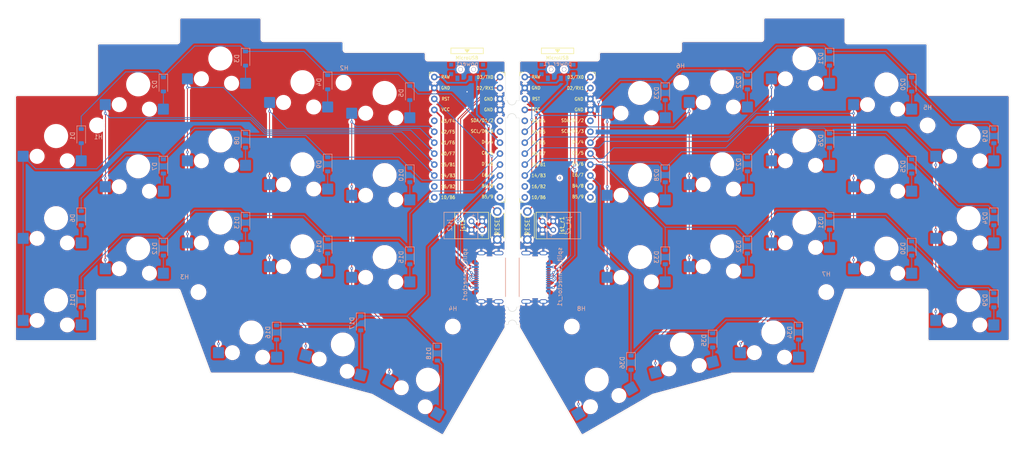
<source format=kicad_pcb>
(kicad_pcb (version 20241229) (generator "pcbnew") (generator_version "9.0")
  (layers (0 "F.Cu" signal) (2 "B.Cu" signal) (13 "F.Paste" user) (15 "B.Paste" user) (5 "F.SilkS" user "F.Silkscreen") (7 "B.SilkS" user "B.Silkscreen") (1 "F.Mask" user) (3 "B.Mask" user) (25 "Edge.Cuts" user))
  (net 0 "")
  (net 1 "battery+")
  (net 2 "battery+_r")
  (net 3 "GND")
  (net 4 "row0")
  (net 5 "col4")
  (net 7 "col0")
  (net 9 "col2")
  (net 10 "row1")
  (net 11 "row2")
  (net 13 "VCC")
  (net 15 "raw")
  (net 16 "reset")
  (net 18 "row3")
  (net 19 "col3")
  (net 22 "col1")
  (net 23 "reset_r")
  (net 26 "row1_r")
  (net 27 "row3_r")
  (net 29 "col4_r")
  (net 30 "raw_r")
  (net 32 "col2_r")
  (net 33 "row2_r")
  (net 34 "col0_r")
  (net 36 "col1_r")
  (net 37 "row0_r")
  (net 38 "VCC_r")
  (net 39 "col3_r")
  (net 42 "Net-(D1-A)")
  (net 43 "Net-(D2-A)")
  (net 44 "Net-(D3-A)")
  (net 45 "Net-(D4-A)")
  (net 46 "Net-(D5-A)")
  (net 47 "Net-(D6-A)")
  (net 48 "Net-(D7-A)")
  (net 49 "Net-(D8-A)")
  (net 50 "Net-(D9-A)")
  (net 51 "Net-(D10-A)")
  (net 52 "Net-(D11-A)")
  (net 53 "Net-(D12-A)")
  (net 54 "Net-(D13-A)")
  (net 55 "Net-(D14-A)")
  (net 56 "Net-(D15-A)")
  (net 57 "Net-(D16-A)")
  (net 58 "Net-(D17-A)")
  (net 59 "Net-(D18-A)")
  (net 60 "Net-(D19-A)")
  (net 61 "Net-(D20-A)")
  (net 62 "Net-(D21-A)")
  (net 63 "Net-(D22-A)")
  (net 64 "Net-(D23-A)")
  (net 65 "Net-(D24-A)")
  (net 66 "Net-(D25-A)")
  (net 67 "Net-(D26-A)")
  (net 68 "Net-(D27-A)")
  (net 69 "Net-(D28-A)")
  (net 70 "Net-(D29-A)")
  (net 71 "Net-(D30-A)")
  (net 72 "Net-(D31-A)")
  (net 73 "Net-(D32-A)")
  (net 74 "Net-(D33-A)")
  (net 75 "Net-(D34-A)")
  (net 76 "Net-(D35-A)")
  (net 77 "Net-(D36-A)")
  (net 80 "split_comms-")
  (net 81 "split_comms+")
  (net 82 "split_comms-_r")
  (net 83 "split_comms+_r")
  (net 88 "GND_r")
  (footprint "MountingHole:MountingHole_3.2mm_M3" (layer "F.Cu") (at 73.705659 116)
    (property "Reference" "H3")
    (property "Value" "MountingHole")
  )
  (footprint "kbd:ProMicro" (layer "F.Cu") (at 136.013859 80.553)
    (property "Reference" "controller1" (hide yes))
    (property "Value" "ProMicro" (hide yes))
  )
  (footprint "Panelization:MouseBite-Slot_2.0x2.0mm_inset_D0.5mm_P0.85mm_5h" (layer "F.Cu") (at 147.5 121.5 90)
    (property "Reference" "REF**" (hide yes))
    (property "Value" "MouseBite-Slot_2.0x2.0mm_inset_D0.5mm_P0.85mm_5h" (hide yes))
    (fp_arc (start -2 -2) (mid -1 -1) (end -2 0) (stroke (width 0.1)) (layer "Edge.Cuts"))
    (fp_arc (start 2 0) (mid 1 -1) (end 2 -2) (stroke (width 0.1)) (layer "Edge.Cuts"))
  )
  (footprint "MountingHole:MountingHole_3.2mm_M3" (layer "F.Cu") (at 107.3636 67.4)
    (property "Reference" "H2")
    (property "Value" "MountingHole")
  )
  (footprint "MountingHole:MountingHole_3.2mm_M3" (layer "F.Cu") (at 160.301886 123.999948)
    (property "Reference" "H8")
    (property "Value" "MountingHole")
  )
  (footprint "MountingHole:MountingHole_3.2mm_M3" (layer "F.Cu") (at 242.793945 77.302673)
    (property "Reference" "H5")
    (property "Value" "MountingHole")
  )
  (footprint "kbd:ProMicro" (layer "F.Cu") (at 156.9936 80.553)
    (property "Reference" "controller_r1" (hide yes))
    (property "Value" "ProMicro" (hide yes))
  )
  (footprint "project:2-pin-jst" (layer "F.Cu") (at 139.513859 99.553 -90)
    (property "Reference" "jst1")
    (property "Value" "Conn_01x02")
  )
  (footprint "MountingHole:MountingHole_3.2mm_M3" (layer "F.Cu") (at 50.2136 77.302725)
    (property "Reference" "H1")
    (property "Value" "MountingHole")
  )
  (footprint "MountingHole:MountingHole_3.2mm_M3" (layer "F.Cu") (at 132.705659 124)
    (property "Reference" "H4")
    (property "Value" "MountingHole")
  )
  (footprint "project:2-pin-jst" (layer "F.Cu") (at 153.4936 101.553 90)
    (property "Reference" "jst_r1")
    (property "Value" "Conn_01x02")
  )
  (footprint "MountingHole:MountingHole_3.2mm_M3" (layer "F.Cu") (at 185.643945 67.399948)
    (property "Reference" "H6")
    (property "Value" "MountingHole")
  )
  (footprint "kbd:ResetSW" (layer "F.Cu") (at 143.013859 100.553 90)
    (property "Reference" "RSW1" (hide yes))
    (property "Value" "SW_Push")
  )
  (footprint "MountingHole:MountingHole_3.2mm_M3" (layer "F.Cu") (at 219.301886 115.999948)
    (property "Reference" "H7")
    (property "Value" "MountingHole")
  )
  (footprint "kbd:ResetSW" (layer "F.Cu") (at 149.9936 100.553 -90)
    (property "Reference" "RSW2" (hide yes))
    (property "Value" "SW_Push")
  )
  (footprint "Panelization:MouseBite-Slot_2.0x2.0mm_inset_D0.5mm_P0.85mm_5h" (layer "F.Cu") (at 147.397906 73.553 90)
    (property "Reference" "REF**" (hide yes))
    (property "Value" "MouseBite-Slot_2.0x2.0mm_inset_D0.5mm_P0.85mm_5h" (hide yes))
    (fp_arc (start -2 -2) (mid -1 -1) (end -2 0) (stroke (width 0.1)) (layer "Edge.Cuts"))
    (fp_arc (start 2 0) (mid 1 -1) (end 2 -2) (stroke (width 0.1)) (layer "Edge.Cuts"))
  )
  (footprint "Diode_SMD:D_SOD-123" (layer "B.Cu") (at 91.8276 125.367725 -90)
    (property "Reference" "D16")
    (property "Value" "1N4148W")
  )
  (footprint "Gateron_KS33_Hotswap:Gateron-KS33-Hotswap-1U" (layer "B.Cu") (at 59.7386 86.827725 180)
    (property "Reference" "SW7")
    (property "Value" "SW_Push")
  )
  (footprint "Gateron_KS33_Hotswap:Gateron-KS33-Hotswap-1U" (layer "B.Cu") (at 126.9266 136.336725 150)
    (property "Reference" "SW18")
    (property "Value" "SW_Push")
  )
  (footprint "Diode_SMD:D_SOD-123" (layer "B.Cu") (at 181.956945 88.827673 -90)
    (property "Reference" "D28")
    (property "Value" "1N4148W")
  )
  (footprint "Gateron_KS33_Hotswap:Gateron-KS33-Hotswap-1U" (layer "B.Cu") (at 252.318945 98.827673 180)
    (property "Reference" "SW6_r1")
    (property "Value" "SW_Push")
  )
  (footprint "Diode_SMD:D_SOD-123" (layer "B.Cu") (at 181.956945 107.877673 -90)
    (property "Reference" "D33")
    (property "Value" "1N4148W")
  )
  (footprint "Diode_SMD:D_SOD-123" (layer "B.Cu") (at 220.056945 99.877673 -90)
    (property "Reference" "D31")
    (property "Value" "1N4148W")
  )
  (footprint "Diode_SMD:D_SOD-123" (layer "B.Cu") (at 65.5766 105.877725 -90)
    (property "Reference" "D12")
    (property "Value" "1N4148W")
  )
  (footprint "Diode_SMD:D_SOD-123" (layer "B.Cu") (at 239.106945 105.877673 -90)
    (property "Reference" "D30")
    (property "Value" "1N4148W")
  )
  (footprint "Gateron_KS33_Hotswap:Gateron-KS33-Hotswap-1U" (layer "B.Cu") (at 97.8386 67.277725 180)
    (property "Reference" "SW4")
    (property "Value" "SW_Push")
  )
  (footprint "Gateron_KS33_Hotswap:Gateron-KS33-Hotswap-1U" (layer "B.Cu") (at 195.168945 105.377673 180)
    (property "Reference" "SW14_r1")
    (property "Value" "SW_Push")
  )
  (footprint "Gateron_KS33_Hotswap:Gateron-KS33-Hotswap-1U" (layer "B.Cu") (at 207.017945 125.367673 180)
    (property "Reference" "SW16_r1")
    (property "Value" "SW_Push")
  )
  (footprint "project:2-pin-jst" (layer "B.Cu") (at 155.9936 99.553 -90)
    (property "Reference" "jst_r2")
    (property "Value" "Conn_01x02")
  )
  (footprint "Gateron_KS33_Hotswap:Gateron-KS33-Hotswap-1U" (layer "B.Cu") (at 176.118945 107.877673 180)
    (property "Reference" "SW15_r1")
    (property "Value" "SW_Push")
  )
  (footprint "Diode_SMD:D_SOD-123" (layer "B.Cu") (at 84.6266 80.827725 -90)
    (property "Reference" "D8")
    (property "Value" "1N4148W")
  )
  (footprint "Gateron_KS33_Hotswap:Gateron-KS33-Hotswap-1U" (layer "B.Cu") (at 233.268945 86.827673 180)
    (property "Reference" "SW7_r1")
    (property "Value" "SW_Push")
  )
  (footprint "USB4505-03-0-A_REVA:GCT_USB4505-03-0-A_REVA" (layer "B.Cu") (at 143.3175 112.565 -90)
    (property "Reference" "split_connector1")
    (property "Value" "USB_C_Receptacle_USB2.0_14P")
    (fp_line (start -3.82 4.6) (end 3.82 4.6) (stroke (width 0.01)) (layer "Edge.Cuts"))
    (fp_line (start 4.62 4.6) (end 4.62 -1.6) (stroke (width 0.01)) (layer "Edge.Cuts"))
    (fp_line (start -6.52 -1.6) (end -4.62 -1.6) (stroke (width 0.01)) (layer "Edge.Cuts"))
    (fp_line (start -4.62 -1.6) (end -4.62 4.6) (stroke (width 0.01)) (layer "Edge.Cuts"))
    (fp_line (start 4.62 -1.6) (end 6.36 -1.6) (stroke (width 0.01)) (layer "Edge.Cuts"))
    (fp_arc (start -4.295 5) (mid -4.540343 4.86731) (end -4.62 4.6) (stroke (width 0.01)) (layer "Edge.Cuts"))
    (fp_arc (start 4.295 5) (mid 4.07451 4.92731) (end 3.97 4.72) (stroke (width 0.01)) (layer "Edge.Cuts"))
    (fp_arc (start -3.97 4.72) (mid -4.07451 4.92731) (end -4.295 5) (stroke (width 0.01)) (layer "Edge.Cuts"))
    (fp_arc (start -3.97 4.72) (mid -3.919853 4.628934) (end -3.82 4.6) (stroke (width 0.01)) (layer "Edge.Cuts"))
    (fp_arc (start 3.82 4.6) (mid 3.919853 4.628934) (end 3.97 4.72) (stroke (width 0.01)) (layer "Edge.Cuts"))
    (fp_arc (start 4.62 4.6) (mid 4.540343 4.86731) (end 4.295 5) (stroke (width 0.01)) (layer "Edge.Cuts"))
  )
  (footprint "Diode_SMD:D_SOD-123" (layer "B.Cu") (at 84.6266 61.777725 -90)
    (property "Reference" "D3")
    (property "Value" "1N4148W")
  )
  (footprint "Diode_SMD:D_SOD-123" (layer "B.Cu") (at 220.056945 80.827673 -90)
    (property "Reference" "D26")
    (property "Value" "1N4148W")
  )
  (footprint "Diode_SMD:D_SOD-123" (layer "B.Cu") (at 103.6766 105.377725 -90)
    (property "Reference" "D14")
    (property "Value" "1N4148W")
  )
  (footprint "Gateron_KS33_Hotswap:Gateron-KS33-Hotswap-1U" (layer "B.Cu") (at 116.8886 88.827725 180)
    (property "Reference" "SW10")
    (property "Value" "SW_Push")
  )
  (footprint "Diode_SMD:D_SOD-123" (layer "B.Cu") (at 258.156945 79.777673 -90)
    (property "Reference" "D19")
    (property "Value" "1N4148W")
  )
  (footprint "Diode_SMD:D_SOD-123" (layer "B.Cu") (at 46.5266 79.777725 -90)
    (property "Reference" "D1")
    (property "Value" "1N4148W")
  )
  (footprint "Kicad-Footprints:SPDT_C128955" (layer "B.Cu") (at 136.013859 64.303 180)
    (property "Reference" "power1")
    (property "Value" "SW_SPDT")
  )
  (footprint "USB4505-03-0-A_REVA:GCT_USB4505-03-0-A_REVA" (layer "B.Cu") (at 149.693 112.565 90)
    (property "Reference" "split_connector_r1")
    (property "Value" "USB_C_Receptacle_USB2.0_14P")
    (fp_line (start 4.62 -1.6) (end 6.36 -1.6) (stroke (width 0.01)) (layer "Edge.Cuts"))
    (fp_line (start -4.62 -1.6) (end -4.62 4.6) (stroke (width 0.01)) (layer "Edge.Cuts"))
    (fp_line (start -6.52 -1.6) (end -4.62 -1.6) (stroke (width 0.01)) (layer "Edge.Cuts"))
    (fp_line (start 4.62 4.6) (end 4.62 -1.6) (stroke (width 0.01)) (layer "Edge.Cuts"))
    (fp_line (start -3.82 4.6) (end 3.82 4.6) (stroke (width 0.01)) (layer "Edge.Cuts"))
    (fp_arc (start 4.62 4.6) (mid 4.540343 4.86731) (end 4.295 5) (stroke (width 0.01)) (layer "Edge.Cuts"))
    (fp_arc (start 3.82 4.6) (mid 3.919853 4.628934) (end 3.97 4.72) (stroke (width 0.01)) (layer "Edge.Cuts"))
    (fp_arc (start -3.97 4.72) (mid -3.919853 4.628934) (end -3.82 4.6) (stroke (width 0.01)) (layer "Edge.Cuts"))
    (fp_arc (start -3.97 4.72) (mid -4.07451 4.92731) (end -4.295 5) (stroke (width 0.01)) (layer "Edge.Cuts"))
    (fp_arc (start 4.295 5) (mid 4.07451 4.92731) (end 3.97 4.72) (stroke (width 0.01)) (layer "Edge.Cuts"))
    (fp_arc (start -4.295 5) (mid -4.540343 4.86731) (end -4.62 4.6) (stroke (width 0.01)) (layer "Edge.Cuts"))
  )
  (footprint "Gateron_KS33_Hotswap:Gateron-KS33-Hotswap-1U" (layer "B.Cu") (at 116.8886 69.777725 180)
    (property "Reference" "SW5")
    (property "Value" "SW_Push")
  )
  (footprint "Gateron_KS33_Hotswap:Gateron-KS33-Hotswap-1U" (layer "B.Cu") (at 78.7886 99.877725 180)
    (property "Reference" "SW13")
    (property "Value" "SW_Push")
  )
  (footprint "Diode_SMD:D_SOD-123" (layer "B.Cu") (at 212.855945 125.367673 -90)
    (property "Reference" "D34")
    (property "Value" "1N4148W")
  )
  (footprint "Gateron_KS33_Hotswap:Gateron-KS33-Hotswap-1U" (layer "B.Cu") (at 78.7886 61.777725 180)
    (property "Reference" "SW3")
    (property "Value" "SW_Push")
  )
  (footprint "Gateron_KS33_Hotswap:Gateron-KS33-Hotswap-1U" (layer "B.Cu") (at 185.826945 128.157673 -165)
    (property "Reference" "SW17_r1")
    (property "Value" "SW_Push")
  )
  (footprint "Gateron_KS33_Hotswap:Gateron-KS33-Hotswap-1U" (layer "B.Cu") (at 252.318945 117.877673 180)
    (property "Reference" "SW11_r1")
    (property "Value" "SW_Push")
  )
  (footprint "Diode_SMD:D_SOD-123" (layer "B.Cu") (at 122.7266 88.827725 -90)
    (property "Reference" "D10")
    (property "Value" "1N4148W")
  )
  (footprint "Diode_SMD:D_SOD-123" (layer "B.Cu") (at 201.006945 86.327673 -90)
    (property "Reference" "D27")
    (property "Value" "1N4148W")
  )
  (footprint "Diode_SMD:D_SOD-123" (layer "B.Cu") (at 122.7266 69.777725 -90)
    (property "Reference" "D5")
    (property "Value" "1N4148W")
  )
  (footprint "Gateron_KS33_Hotswap:Gateron-KS33-Hotswap-1U" (layer "B.Cu") (at 59.7386 105.877725 180)
    (property "Reference" "SW12")
    (property "Value" "SW_Push")
  )
  (footprint "Diode_SMD:D_SOD-123" (layer "B.Cu") (at 220.056945 61.777673 -90)
    (property "Reference" "D21")
    (property "Value" "1N4148W")
  )
  (footprint "Gateron_KS33_Hotswap:Gateron-KS33-Hotswap-1U" (layer "B.Cu") (at 85.9896 125.367725 180)
    (property "Reference" "SW16")
    (property "Value" "SW_Push")
  )
  (footprint "Diode_SMD:D_SOD-123" (layer "B.Cu") (at 103.6766 67.277725 -90)
    (property "Reference" "D4")
    (property "Value" "1N4148W")
  )
  (footprint "Diode_SMD:D_SOD-123" (layer "B.Cu") (at 181.956945 69.777673 -90)
    (property "Reference" "D23")
    (property "Value" "1N4148W")
  )
  (footprint "Gateron_KS33_Hotswap:Gateron-KS33-Hotswap-1U" (layer "B.Cu") (at 214.218945 61.777673 180)
    (property "Reference" "SW3_r1")
    (property "Value" "SW_Push")
  )
  (footprint "Gateron_KS33_Hotswap:Gateron-KS33-Hotswap-1U" (layer "B.Cu") (at 116.8886 107.877725 180)
    (property "Reference" "SW15")
    (property "Value" "SW_Push")
  )
  (footprint "Gateron_KS33_Hotswap:Gateron-KS33-Hotswap-1U" (layer "B.Cu") (at 176.118945 69.777673 180)
    (property "Reference" "SW5_r1")
    (property "Value" "SW_Push")
  )
  (footprint "Diode_SMD:D_SOD-123" (layer "B.Cu") (at 84.6266 99.877725 -90)
    (property "Reference" "D13")
    (property "Value" "1N4148W")
  )
  (footprint "Gateron_KS33_Hotswap:Gateron-KS33-Hotswap-1U" (layer "B.Cu") (at 40.6886 117.877725 180)
    (property "Reference" "SW11")
    (property "Value" "SW_Push")
  )
  (footprint "Gateron_KS33_Hotswap:Gateron-KS33-Hotswap-1U" (layer "B.Cu") (at 59.7386 67.777725 180)
    (property "Reference" "SW2")
    (property "Value" "SW_Push")
  )
  (footprint "Diode_SMD:D_SOD-123" (layer "B.Cu") (at 258.156945 117.877673 -90)
    (property "Reference" "D29")
    (property "Value" "1N4148W")
  )
  (footprint "Gateron_KS33_Hotswap:Gateron-KS33-Hotswap-1U" (layer "B.Cu") (at 233.268945 105.877673 180)
    (property "Reference" "SW12_r1")
    (property "Value" "SW_Push")
  )
  (footprint "Gateron_KS33_Hotswap:Gateron-KS33-Hotswap-1U" (layer "B.Cu") (at 195.168945 86.327673 180)
    (property "Reference" "SW9_r1")
    (property "Value" "SW_Push")
  )
  (footprint "Diode_SMD:D_SOD-123" (layer "B.Cu") (at 258.156945 98.827673 -90)
    (property "Reference" "D24")
    (property "Value" "1N4148W")
  )
  (footprint "Gateron_KS33_Hotswap:Gateron-KS33-Hotswap-1U" (layer "B.Cu") (at 97.8386 86.327725 180)
    (property "Reference" "SW9")
    (property "Value" "SW_Push")
  )
  (footprint "Gateron_KS33_Hotswap:Gateron-KS33-Hotswap-1U" (layer "B.Cu") (at 78.7886 80.827725 180)
    (property "Reference" "SW8")
    (property "Value" "SW_Push")
  )
  (footprint "Diode_SMD:D_SOD-123" (layer "B.Cu") (at 174.010944 132.397673 -90)
    (property "Reference" "D36")
    (property "Value" "1N4148W")
  )
  (footprint "Gateron_KS33_Hotswap:Gateron-KS33-Hotswap-1U" (layer "B.Cu") (at 214.218945 99.877673 180)
    (property "Reference" "SW13_r1")
    (property "Value" "SW_Push")
  )
  (footprint "Kicad-Footprints:SPDT_C128955" (layer "B.Cu") (at 156.9936 64.303 180)
    (property "Reference" "power_r1")
    (property "Value" "SW_SPDT")
  )
  (footprint "Gateron_KS33_Hotswap:Gateron-KS33-Hotswap-1U" (layer "B.Cu") (at 107.1806 128.157725 165)
    (property "Reference" "SW17")
    (property "Value" "SW_Push")
  )
  (footprint "Diode_SMD:D_SOD-123" (layer "B.Cu") (at 201.006945 105.377673 -90)
    (property "Reference" "D32")
    (property "Value" "1N4148W")
  )
  (footprint "Gateron_KS33_Hotswap:Gateron-KS33-Hotswap-1U" (layer "B.Cu") (at 40.6886 98.827725 180)
    (property "Reference" "SW6")
    (property "Value" "SW_Push")
  )
  (footprint "Gateron_KS33_Hotswap:Gateron-KS33-Hotswap-1U" (layer "B.Cu") (at 166.080521 136.336777 -150)
    (property "Reference" "SW18_r1")
    (property "Value" "SW_Push")
  )
  (footprint "Diode_SMD:D_SOD-123" (layer "B.Cu") (at 111.330983 123.222655 -90)
    (property "Reference" "D17")
    (property "Value" "1N4148W")
  )
  (footprint "Diode_SMD:D_SOD-123" (layer "B.Cu") (at 65.5766 67.777725 -90)
    (property "Reference" "D2")
    (property "Value" "1N4148W")
  )
  (footprint "Diode_SMD:D_SOD-123" (layer "B.Cu") (at 122.7266 107.877725 -90)
    (property "Reference" "D15")
    (property "Value" "1N4148W")
  )
  (footprint "Gateron_KS33_Hotswap:Gateron-KS33-Hotswap-1U" (layer "B.Cu") (at 214.218945 80.827673 180)
    (property "Reference" "SW8_r1")
    (property "Value" "SW_Push")
  )
  (footprint "Diode_SMD:D_SOD-123" (layer "B.Cu") (at 192.953747 127.20089 -90)
    (property "Reference" "D35")
    (property "Value" "1N4148W")
  )
  (footprint "Gateron_KS33_Hotswap:Gateron-KS33-Hotswap-1U" (layer "B.Cu") (at 252.318945 79.777673 180)
    (property "Reference" "SW1_r1")
    (property "Value" "SW_Push")
  )
  (footprint "Diode_SMD:D_SOD-123" (layer "B.Cu") (at 46.5266 98.827725 -90)
    (property "Reference" "D6")
    (property "Value" "1N4148W")
  )
  (footprint "Diode_SMD:D_SOD-123" (layer "B.Cu") (at 129.107024 130.235122 -90)
    (property "Reference" "D18")
    (property "Value" "1N4148W")
  )
  (footprint "Gateron_KS33_Hotswap:Gateron-KS33-Hotswap-1U" (layer "B.Cu") (at 40.6886 79.777725 180)
    (property "Reference" "SW1")
    (property "Value" "SW_Push")
  )
  (footprint "Diode_SMD:D_SOD-123" (layer "B.Cu") (at 103.6766 86.327725 -90)
    (property "Reference" "D9")
    (property "Value" "1N4148W")
  )
  (footprint "Diode_SMD:D_SOD-123" (layer "B.Cu") (at 239.106945 67.777673 -90)
    (property "Reference" "D20")
    (property "Value" "1N4148W")
  )
  (footprint "project:2-pin-jst" (layer "B.Cu") (at 137.013859 101.553 90)
    (property "Reference" "jst2")
    (property "Value" "Conn_01x02")
  )
  (footprint "Gateron_KS33_Hotswap:Gateron-KS33-Hotswap-1U" (layer "B.Cu") (at 97.8386 105.377725 180)
    (property "Reference" "SW14")
    (property "Value" "SW_Push")
  )
  (footprint "Diode_SMD:D_SOD-123" (layer "B.Cu") (at 65.5766 86.827725 -90)
    (property "Reference" "D7")
    (property "Value" "1N4148W")
  )
  (footprint "Diode_SMD:D_SOD-123" (layer "B.Cu") (at 239.106945 86.827673 -90)
    (property "Reference" "D25")
    (property "Value" "1N4148W")
  )
  (footprint "Gateron_KS33_Hotswap:Gateron-KS33-Hotswap-1U" (layer "B.Cu") (at 195.168945 67.277673 180)
    (property "Reference" "SW4_r1")
    (property "Value" "SW_Push")
  )
  (footprint "Gateron_KS33_Hotswap:Gateron-KS33-Hotswap-1U" (layer "B.Cu") (at 233.268945 67.777673 180)
    (property "Reference" "SW2_r1")
    (property "Value" "SW_Push")
  )
  (footprint "Gateron_KS33_Hotswap:Gateron-KS33-Hotswap-1U" (layer "B.Cu") (at 176.118945 88.827673 180)
    (property "Reference" "SW10_r1")
    (property "Value" "SW_Push")
  )
  (footprint "Diode_SMD:D_SOD-123" (layer "B.Cu") (at 46.5266 117.877725 -90)
    (property "Reference" "D11")
    (property "Value" "1N4148W")
  )
  (footprint "Diode_SMD:D_SOD-123" (layer "B.Cu") (at 201.006945 67.277673 -90)
    (property "Reference" "D22")
    (property "Value" "1N4148W")
  )
  (gr_arc (start 243.293945 127.402673) (mid 242.940372 127.256241) (end 242.793945 126.902673) (stroke (width 0.05)) (layer "Edge.Cuts"))
  (gr_line (start 261.843945 126.902673) (end 261.843945 70.752673) (stroke (width 0.05)) (layer "Edge.Cuts"))
  (gr_arc (start 148.093945 62.752673) (mid 148.240433 62.399182) (end 148.593945 62.252673) (stroke (width 0.05)) (layer "Edge.Cuts"))
  (gr_arc (start 224.243945 58.252673) (mid 223.890372 58.106241) (end 223.743945 57.752673) (stroke (width 0.05)) (layer "Edge.Cuts"))
  (gr_arc (start 185.643945 58.252673) (mid 185.790433 57.899182) (end 186.143945 57.752673) (stroke (width 0.05)) (layer "Edge.Cuts"))
  (gr_line (start 107.3636 58.252725) (end 107.3636 59.752725) (stroke (width 0.05)) (layer "Edge.Cuts"))
  (gr_arc (start 223.623234 115.729387) (mid 223.806451 115.492394) (end 224.092245 115.402673) (stroke (width 0.05)) (layer "Edge.Cuts"))
  (gr_arc (start 144.9136 124.098352) (mid 144.896588 124.22777) (end 144.846613 124.348352) (stroke (width 0.05)) (layer "Edge.Cuts"))
  (gr_line (start 204.193945 57.752673) (end 186.143945 57.752673) (stroke (width 0.05)) (layer "Edge.Cuts"))
  (gr_arc (start 130.66299 148.915108) (mid 130.359386 149.148079) (end 129.979981 149.098122) (stroke (width 0.05)) (layer "Edge.Cuts"))
  (gr_arc (start 50.2136 115.902725) (mid 50.36004 115.54917) (end 50.7136 115.402725) (stroke (width 0.05)) (layer "Edge.Cuts"))
  (gr_arc (start 69.2636 52.752725) (mid 69.41004 52.39917) (end 69.7636 52.252725) (stroke (width 0.05)) (layer "Edge.Cuts"))
  (gr_arc (start 76.812896 134.892729) (mid 76.527073 134.803037) (end 76.34389 134.566015) (stroke (width 0.05)) (layer "Edge.Cuts"))
  (gr_line (start 148.093945 124.095402) (end 148.093945 123.5) (stroke (width 0.05)) (layer "Edge.Cuts"))
  (gr_line (start 49.7136 127.402725) (end 31.6636 127.402725) (stroke (width 0.05)) (layer "Edge.Cuts"))
  (gr_arc (start 148.160932 124.3483) (mid 148.110966 124.227715) (end 148.093945 124.0983) (stroke (width 0.05)) (layer "Edge.Cuts"))
  (gr_arc (start 163.027564 149.09807) (mid 162.648174 149.148002) (end 162.344555 148.915056) (stroke (width 0.05)) (layer "Edge.Cuts"))
  (gr_line (start 204.693945 52.752673) (end 204.693945 57.252673) (stroke (width 0.05)) (layer "Edge.Cuts"))
  (gr_arc (start 125.9136 60.252725) (mid 126.267153 60.399182) (end 126.4136 60.752725) (stroke (width 0.05)) (layer "Edge.Cuts"))
  (gr_line (start 242.793945 69.752673) (end 242.793945 58.752673) (stroke (width 0.05)) (layer "Edge.Cuts"))
  (gr_arc (start 216.663655 134.565963) (mid 216.480439 134.802934) (end 216.194649 134.892677) (stroke (width 0.05)) (layer "Edge.Cuts"))
  (gr_arc (start 204.693945 57.252673) (mid 204.54754 57.606289) (end 204.193945 57.752673) (stroke (width 0.05)) (layer "Edge.Cuts"))
  (gr_arc (start 107.8636 60.252725) (mid 107.510047 60.106288) (end 107.3636 59.752725) (stroke (width 0.05)) (layer "Edge.Cuts"))
  (gr_arc (start 87.8136 52.252725) (mid 88.167153 52.399182) (end 88.3136 52.752725) (stroke (width 0.05)) (layer "Edge.Cuts"))
  (gr_arc (start 242.293945 115.402673) (mid 242.647479 115.549134) (end 242.793945 115.902673) (stroke (width 0.05)) (layer "Edge.Cuts"))
  (gr_line (start 68.9153 115.402725) (end 50.7136 115.402725) (stroke (width 0.05)) (layer "Edge.Cuts"))
  (gr_arc (start 185.643945 59.752673) (mid 185.49754 60.106289) (end 185.143945 60.252673) (stroke (width 0.05)) (layer "Edge.Cuts"))
  (gr_arc (start 113.851553 139.806207) (mid 113.913485 139.827227) (end 113.972141 139.856156) (stroke (width 0.05)) (layer "Edge.Cuts"))
  (gr_line (start 113.851553 139.806207) (end 95.578485 134.909953) (stroke (width 0.05)) (layer "Edge.Cuts"))
  (gr_line (start 126.9136 62.252725) (end 144.4136 62.252725) (stroke (width 0.05)) (layer "Edge.Cuts"))
  (gr_line (start 144.9175 118.925) (end 144.9175 119.5) (stroke (width 0.05)) (layer "Edge.Cuts"))
  (gr_line (start 69.7636 52.252725) (end 87.8136 52.252725) (stroke (width 0.05)) (layer "Edge.Cuts"))
  (gr_line (start 49.7136 70.252725) (end 31.6636 70.252725) (stroke (width 0.05)) (layer "Edge.Cuts"))
  (gr_line (start 145.397906 75.553) (end 144.913496 75.553) (stroke (width 0.05)) (layer "Edge.Cuts"))
  (gr_line (start 185.643945 58.252673) (end 185.643945 59.752673) (stroke (width 0.05)) (layer "Edge.Cuts"))
  (gr_arc (start 106.8636 57.752725) (mid 107.217153 57.899182) (end 107.3636 58.252725) (stroke (width 0.05)) (layer "Edge.Cuts"))
  (gr_arc (start 261.843945 126.902673) (mid 261.69754 127.256289) (end 261.343945 127.402673) (stroke (width 0.05)) (layer "Edge.Cuts"))
  (gr_arc (start 243.293945 70.252673) (mid 242.940372 70.106241) (end 242.793945 69.752673) (stroke (width 0.05)) (layer "Edge.Cuts"))
  (gr_arc (start 31.1636 70.752725) (mid 31.31004 70.39917) (end 31.6636 70.252725) (stroke (width 0.05)) (layer "Edge.Cuts"))
  (gr_line (start 224.092245 115.402673) (end 242.293945 115.402673) (stroke (width 0.05)) (layer "Edge.Cuts"))
  (gr_arc (start 50.2136 69.752725) (mid 50.067147 70.106277) (end 49.7136 70.252725) (stroke (width 0.05)) (layer "Edge.Cuts"))
  (gr_line (start 185.143945 60.252673) (end 167.093945 60.252673) (stroke (width 0.05)) (layer "Edge.Cuts"))
  (gr_arc (start 50.2136 58.752725) (mid 50.36004 58.39917) (end 50.7136 58.252725) (stroke (width 0.05)) (layer "Edge.Cuts"))
  (gr_arc (start 69.2636 57.752725) (mid 69.117147 58.106277) (end 68.7636 58.252725) (stroke (width 0.05)) (layer "Edge.Cuts"))
  (gr_arc (start 242.293945 58.252673) (mid 242.647479 58.399134) (end 242.793945 58.752673) (stroke (width 0.05)) (layer "Edge.Cuts"))
  (gr_arc (start 223.243945 52.252673) (mid 223.597479 52.399134) (end 223.743945 52.752673) (stroke (width 0.05)) (layer "Edge.Cuts"))
  (gr_line (start 243.293945 127.402673) (end 261.343945 127.402673) (stroke (width 0.05)) (layer "Edge.Cuts"))
  (gr_line (start 129.979981 149.098122) (end 113.972141 139.856156) (stroke (width 0.05)) (layer "Edge.Cuts"))
  (gr_line (start 148.160932 124.3483) (end 162.344555 148.914934) (stroke (width 0.05)) (layer "Edge.Cuts"))
  (gr_arc (start 68.9153 115.402725) (mid 69.201109 115.492455) (end 69.384311 115.729439) (stroke (width 0.05)) (layer "Edge.Cuts"))
  (gr_line (start 145.5 119.5) (end 144.9175 119.5) (stroke (width 0.05)) (layer "Edge.Cuts"))
  (gr_line (start 148.093 119.5) (end 147.5 119.5) (stroke (width 0.05)) (layer "Edge.Cuts"))
  (gr_line (start 197.558464 134.892864) (end 216.194649 134.892677) (stroke (width 0.05)) (layer "Edge.Cuts"))
  (gr_arc (start 126.9136 62.252725) (mid 126.560047 62.106288) (end 126.4136 61.752725) (stroke (width 0.05)) (layer "Edge.Cuts"))
  (gr_line (start 223.243945 52.252673) (end 205.193945 52.252673) (stroke (width 0.05)) (layer "Edge.Cuts"))
  (gr_line (start 31.1636 126.902725) (end 31.1636 70.752725) (stroke (width 0.05)) (layer "Edge.Cuts"))
  (gr_arc (start 179.035404 139.856104) (mid 179.094061 139.827177) (end 179.155992 139.806155) (stroke (width 0.05)) (layer "Edge.Cuts"))
  (gr_arc (start 261.343945 70.252673) (mid 261.697479 70.399134) (end 261.843945 70.752673) (stroke (width 0.05)) (layer "Edge.Cuts"))
  (gr_arc (start 197.42906 134.909901) (mid 197.493204 134.897146) (end 197.558464 134.892864) (stroke (width 0.05)) (layer "Edge.Cuts"))
  (gr_arc (start 204.693945 52.752673) (mid 204.840404 52.399153) (end 205.193945 52.252673) (stroke (width 0.05)) (layer "Edge.Cuts"))
  (gr_line (start 145.397906 71.553) (end 144.9136 71.553) (stroke (width 0.05)) (layer "Edge.Cuts"))
  (gr_line (start 147.397906 75.553) (end 148.093772 75.553) (stroke (width 0.05)) (layer "Edge.Cuts"))
  (gr_line (start 242.793945 115.902673) (end 242.793945 126.902673) (stroke (width 0.05)) (layer "Edge.Cuts"))
  (gr_line (start 166.093945 62.252673) (end 148.593945 62.252673) (stroke (width 0.05)) (layer "Edge.Cuts"))
  (gr_line (start 130.66299 148.915108) (end 144.846613 124.348352) (stroke (width 0.05)) (layer "Edge.Cuts"))
  (gr_line (start 144.9136 124.098352) (end 144.9136 123.5) (stroke (width 0.05)) (layer "Edge.Cuts"))
  (gr_line (start 76.34389 134.566015) (end 69.384311 115.729439) (stroke (width 0.05)) (layer "Edge.Cuts"))
  (gr_line (start 261.343945 70.252673) (end 243.293945 70.252673) (stroke (width 0.05)) (layer "Edge.Cuts"))
  (gr_line (start 107.8636 60.252725) (end 125.9136 60.252725) (stroke (width 0.05)) (layer "Edge.Cuts"))
  (gr_line (start 95.449081 134.892916) (end 76.812896 134.892729) (stroke (width 0.05)) (layer "Edge.Cuts"))
  (gr_line (start 242.293945 58.252673) (end 224.243945 58.252673) (stroke (width 0.05)) (layer "Edge.Cuts"))
  (gr_line (start 50.2136 115.902725) (end 50.2136 126.902725) (stroke (width 0.05)) (layer "Edge.Cuts"))
  (gr_line (start 163.027564 149.09807) (end 179.035404 139.856104) (stroke (width 0.05)) (layer "Edge.Cuts"))
  (gr_arc (start 88.8136 57.752725) (mid 88.460047 57.606288) (end 88.3136 57.252725) (stroke (width 0.05)) (layer "Edge.Cuts"))
  (gr_arc (start 144.4136 62.252725) (mid 144.767153 62.399182) (end 144.9136 62.752725) (stroke (width 0.05)) (layer "Edge.Cuts"))
  (gr_line (start 69.2636 57.752725) (end 69.2636 52.752725) (stroke (width 0.05)) (layer "Edge.Cuts"))
  (gr_arc (start 166.593945 61.752673) (mid 166.44754 62.106289) (end 166.093945 62.252673) (stroke (width 0.05)) (layer "Edge.Cuts"))
  (gr_line (start 148.093 106.205) (end 148.093772 75.553) (stroke (width 0.05)) (layer "Edge.Cuts"))
  (gr_arc (start 166.593945 60.752673) (mid 166.740433 60.399182) (end 167.093945 60.252673) (stroke (width 0.05)) (layer "Edge.Cuts"))
  (gr_arc (start 95.449081 134.892916) (mid 95.514342 134.897194) (end 95.578485 134.909953) (stroke (width 0.05)) (layer "Edge.Cuts"))
  (gr_line (start 50.2136 69.752725) (end 50.2136 58.752725) (stroke (width 0.05)) (layer "Edge.Cuts"))
  (gr_line (start 166.593945 60.752673) (end 166.593945 61.752673) (stroke (width 0.05)) (layer "Edge.Cuts"))
  (gr_line (start 223.743945 57.752673) (end 223.743945 52.752673) (stroke (width 0.05)) (layer "Edge.Cuts"))
  (gr_line (start 147.5 123.5) (end 148.093945 123.5) (stroke (width 0.05)) (layer "Edge.Cuts"))
  (gr_arc (start 50.2136 126.902725) (mid 50.067147 127.256277) (end 49.7136 127.402725) (stroke (width 0.05)) (layer "Edge.Cuts"))
  (gr_arc (start 31.6636 127.402725) (mid 31.310047 127.256288) (end 31.1636 126.902725) (stroke (width 0.05)) (layer "Edge.Cuts"))
  (gr_line (start 216.663655 134.565963) (end 223.623234 115.729387) (stroke (width 0.05)) (layer "Edge.Cuts"))
  (gr_line (start 145.5 123.5) (end 144.9136 123.5) (stroke (width 0.05)) (layer "Edge.Cuts"))
  (gr_line (start 148.093946 62.752673) (end 148.093935 71.553) (stroke (width 0.05)) (layer "Edge.Cuts"))
  (gr_line (start 144.9136 62.752725) (end 144.9136 71.553) (stroke (width 0.05)) (layer "Edge.Cuts"))
  (gr_line (start 148.093 119.085) (end 148.093 119.5) (stroke (width 0.05)) (layer "Edge.Cuts"))
  (gr_line (start 179.155992 139.806155) (end 197.42906 134.909901) (stroke (width 0.05)) (layer "Edge.Cuts"))
  (gr_line (start 144.9175 106.045) (end 144.913496 75.553) (stroke (width 0.05)) (layer "Edge.Cuts"))
  (gr_line (start 88.8136 57.752725) (end 106.8636 57.752725) (stroke (width 0.05)) (layer "Edge.Cuts"))
  (gr_line (start 50.7136 58.252725) (end 68.7636 58.252725) (stroke (width 0.05)) (layer "Edge.Cuts"))
  (gr_line (start 147.397906 71.553) (end 148.093935 71.553) (stroke (width 0.05)) (layer "Edge.Cuts"))
  (gr_line (start 88.3136 52.752725) (end 88.3136 57.252725) (stroke (width 0.05)) (layer "Edge.Cuts"))
  (gr_line (start 126.4136 60.752725) (end 126.4136 61.752725) (stroke (width 0.05)) (layer "Edge.Cuts"))
  (gr_text "+" (at 138.810054 103.377434 0) (layer "F.SilkS") (effects (font (size 1 1) (thickness 0.1)) (justify left bottom)))
  (gr_text "MicroUSB" (at 135.963859 61.603 0) (layer "F.SilkS") (effects (font (size 0.75 0.75) (thickness 0.12))))
  (gr_text "-" (at 138.810054 98.877434 0) (layer "F.SilkS") (effects (font (size 1 1) (thickness 0.1)) (justify left bottom)))
  (gr_text "-" (at 152.804823 103.294644 0) (layer "F.SilkS") (effects (font (size 1 1) (thickness 0.1)) (justify left bottom)))
  (gr_text "+" (at 152.804823 98.794644 0) (layer "F.SilkS") (effects (font (size 1 1) (thickness 0.1)) (justify left bottom)))
  (gr_text "-" (at 156.207356 98.84503 -0) (layer "B.SilkS") (effects (font (size 1 1) (thickness 0.1)) (justify left bottom mirror)))
  (gr_text "+" (at 138.153015 98.71336 -0) (layer "B.SilkS") (effects (font (size 1 1) (thickness 0.1)) (justify left bottom mirror)))
  (gr_text "+" (at 156.207356 103.34503 -0) (layer "B.SilkS") (effects (font (size 1 1) (thickness 0.1)) (justify left bottom mirror)))
  (gr_text "-" (at 138.153015 103.21336 -0) (layer "B.SilkS") (effects (font (size 1 1) (thickness 0.1)) (justify left bottom mirror)))
  (via (at 157.5 89.5) (size 0.6) (drill 0.3) (layers "F.Cu" "B.Cu") (net 0))
  (segment (start 141 100.06686) (end 141 85) (width 0.4) (layer "F.Cu") (net 1))
  (segment (start 139.513859 101.553001) (end 141 100.06686) (width 0.4) (layer "F.Cu") (net 1))
  (segment (start 141 85) (end 141 77.5) (width 0.4) (layer "F.Cu") (net 1))
  (via (at 141 77.5) (size 0.6) (drill 0.3) (layers "F.Cu" "B.Cu") (net 1))
  (segment (start 139.013861 101.553001) (end 137.013859 99.552999) (width 0.4) (layer "B.Cu") (net 1))
  (segment (start 138.263859 74.763859) (end 138.263859 66.378) (width 0.4) (layer "B.Cu") (net 1))
  (segment (start 139.513859 101.553001) (end 139.013861 101.553001) (width 0.4) (layer "B.Cu") (net 1))
  (segment (start 141 77.5) (end 138.263859 74.763859) (width 0.4) (layer "B.Cu") (net 1))
  (segment (start 152 75) (end 152 98.059399) (width 0.4) (layer "F.Cu") (net 2))
  (segment (start 152 98.059399) (end 153.4936 99.552999) (width 0.4) (layer "F.Cu") (net 2))
  (via (at 152 75) (size 0.6) (drill 0.3) (layers "F.Cu" "B.Cu") (net 2))
  (segment (start 152 75) (end 159.2436 67.7564) (width 0.4) (layer "B.Cu") (net 2))
  (segment (start 159.2436 67.7564) (end 159.2436 66.378) (width 0.4) (layer "B.Cu") (net 2))
  (segment (start 155.9936 101.553001) (end 155.493602 101.553001) (width 0.4) (layer "B.Cu") (net 2))
  (segment (start 155.493602 101.553001) (end 153.4936 99.552999) (width 0.4) (layer "B.Cu") (net 2))
  (via (at 136 69.5) (size 0.6) (drill 0.3) (layers "F.Cu" "B.Cu") (net 3))
  (segment (start 138.555 106.945) (end 137.866286 107.633714) (width 0.4) (layer "B.Cu") (net 3))
  (segment (start 139.3175 106.945) (end 138.555 106.945) (width 0.4) (layer "B.Cu") (net 3))
  (segment (start 137.866286 109.063786) (end 138.1675 109.365) (width 0.4) (layer "B.Cu") (net 3))
  (segment (start 137.864383 117.364383) (end 137.864383 116.068117) (width 0.4) (layer "B.Cu") (net 3))
  (segment (start 137.866286 107.633714) (end 137.866286 109.063786) (width 0.4) (layer "B.Cu") (net 3))
  (segment (start 138.685 118.185) (end 137.864383 117.364383) (width 0.4) (layer "B.Cu") (net 3))
  (segment (start 139.3175 118.185) (end 138.685 118.185) (width 0.4) (layer "B.Cu") (net 3))
  (segment (start 56.838036 64.876725) (end 64.3256 64.876725) (width 0.2) (layer "B.Cu") (net 4))
  (segment (start 84.6266 60.127725) (end 98.1766 60.127725) (width 0.2) (layer "B.Cu") (net 4))
  (segment (start 124.598875 70) (end 132.310259 70) (width 0.2) (layer "B.Cu") (net 4))
  (segment (start 98.1766 60.127725) (end 103.6766 65.627725) (width 0.2) (layer "B.Cu") (net 4))
  (segment (start 65.5766 66.127725) (end 72.8276 58.876725) (width 0.2) (layer "B.Cu") (net 4))
  (segment (start 46.5266 78.127725) (end 46.5266 75.188161) (width 0.2) (layer "B.Cu") (net 4))
  (segment (start 46.5266 75.188161) (end 56.838036 64.876725) (width 0.2) (layer "B.Cu") (net 4))
  (segment (start 103.855325 65.449) (end 120.047875 65.449) (width 0.2) (layer "B.Cu") (net 4))
  (segment (start 120.047875 65.449) (end 122.7266 68.127725) (width 0.2) (layer "B.Cu") (net 4))
  (segment (start 122.7266 68.127725) (end 124.598875 70) (width 0.2) (layer "B.Cu") (net 4))
  (segment (start 132.310259 70) (end 143.625259 81.315) (width 0.2) (layer "B.Cu") (net 4))
  (segment (start 83.3756 58.876725) (end 84.6266 60.127725) (width 0.2) (layer "B.Cu") (net 4))
  (segment (start 64.3256 64.876725) (end 65.5766 66.127725) (width 0.2) (layer "B.Cu") (net 4))
  (segment (start 103.6766 65.627725) (end 103.855325 65.449) (width 0.2) (layer "B.Cu") (net 4))
  (segment (start 72.8276 58.876725) (end 83.3756 58.876725) (width 0.2) (layer "B.Cu") (net 4))
  (segment (start 109.2511 115.656841) (end 109.2511 110.5) (width 0.2) (layer "F.Cu") (net 5))
  (segment (start 109.2511 76.5) (end 109.2511 93.527725) (width 0.2) (layer "F.Cu") (net 5))
  (segment (start 117.96233 124.368071) (end 109.2511 115.656841) (width 0.2) (layer "F.Cu") (net 5))
  (segment (start 109.2511 93.527725) (end 109.2511 110.5) (width 0.2) (layer "F.Cu") (net 5))
  (segment (start 117.96233 134.5) (end 117.96233 124.368071) (width 0.2) (layer "F.Cu") (net 5))
  (via (at 117.96233 134.5) (size 0.6) (drill 0.3) (layers "F.Cu" "B.Cu") (net 5))
  (via (at 109.2511 91.5) (size 0.6) (drill 0.3) (layers "F.Cu" "B.Cu") (net 5))
  (via (at 109.2511 110.5) (size 0.6) (drill 0.3) (layers "F.Cu" "B.Cu") (net 5))
  (via (at 109.2511 76.5) (size 0.6) (drill 0.3) (layers "F.Cu" "B.Cu") (net 5))
  (segment (start 127.130259 77.5) (end 128.405259 78.775) (width 0.2) (layer "B.Cu") (net 5))
  (segment (start 109.2511 112.577725) (end 109.2511 110.5) (width 0.2) (layer "B.Cu") (net 5))
  (segment (start 109.2511 74.477725) (end 109.2511 76.5) (width 0.2) (layer "B.Cu") (net 5))
  (segment (start 110.2511 77.5) (end 127.130259 77.5) (width 0.2) (layer "B.Cu") (net 5))
  (segment (start 109.2511 93.527725) (end 109.2511 91.5) (width 0.2) (layer "B.Cu") (net 5))
  (segment (start 109.2511 76.5) (end 110.2511 77.5) (width 0.2) (layer "B.Cu") (net 5))
  (segment (start 117.96233 134.5) (end 117.96233 136.588295) (width 0.2) (layer "B.Cu") (net 5))
  (segment (start 61.599 75.901) (end 85.7668 75.901) (width 0.2) (layer "B.Cu") (net 7))
  (segment (start 33.0511 103.527725) (end 33.0511 84.477725) (width 0.2) (layer "B.Cu") (net 7))
  (segment (start 50.121275 87.378725) (end 61.599 75.901) (width 0.2) (layer "B.Cu") (net 7))
  (segment (start 89.0688 79.203) (end 118.673259 79.203) (width 0.2) (layer "B.Cu") (net 7))
  (segment (start 33.0511 84.477725) (end 35.9521 87.378725) (width 0.2) (layer "B.Cu") (net 7))
  (segment (start 35.9521 87.378725) (end 50.121275 87.378725) (width 0.2) (layer "B.Cu") (net 7))
  (segment (start 85.7668 75.901) (end 89.0688 79.203) (width 0.2) (layer "B.Cu") (net 7))
  (segment (start 33.0511 122.577725) (end 33.0511 103.527725) (width 0.2) (layer "B.Cu") (net 7))
  (segment (start 118.673259 79.203) (end 128.405259 88.935) (width 0.2) (layer "B.Cu") (net 7))
  (segment (start 71.1511 108.556841) (end 78.3521 115.757841) (width 0.2) (layer "F.Cu") (net 9))
  (segment (start 71.1511 102.5) (end 71.1511 85.527725) (width 0.2) (layer "F.Cu") (net 9))
  (segment (start 71.1511 85.527725) (end 71.1511 68.5) (width 0.2) (layer "F.Cu") (net 9))
  (segment (start 78.3521 115.757841) (end 78.3521 128) (width 0.2) (layer "F.Cu") (net 9))
  (segment (start 71.1511 102.5) (end 71.1511 108.556841) (width 0.2) (layer "F.Cu") (net 9))
  (via (at 71.1511 102.5) (size 0.6) (drill 0.3) (layers "F.Cu" "B.Cu") (net 9))
  (via (at 78.3521 128) (size 0.6) (drill 0.3) (layers "F.Cu" "B.Cu") (net 9))
  (via (at 71.1511 83.5) (size 0.6) (drill 0.3) (layers "F.Cu" "B.Cu") (net 9))
  (via (at 71.1511 68.5) (size 0.6) (drill 0.3) (layers "F.Cu" "B.Cu") (net 9))
  (segment (start 71.1511 66.477725) (end 71.1511 68.5) (width 0.2) (layer "B.Cu") (net 9))
  (segment (start 78.3521 128) (end 78.3521 130.067725) (width 0.2) (layer "B.Cu") (net 9))
  (segment (start 89.401 78.401) (end 122.951259 78.401) (width 0.2) (layer "B.Cu") (net 9))
  (segment (start 71.1511 104.577725) (end 71.1511 102.5) (width 0.2) (layer "B.Cu") (net 9))
  (segment (start 71.1511 83.5) (end 71.1511 85.527725) (width 0.2) (layer "B.Cu") (net 9))
  (segment (start 122.951259 78.401) (end 128.405259 83.855) (width 0.2) (layer "B.Cu") (net 9))
  (segment (start 79.5 68.5) (end 89.401 78.401) (width 0.2) (layer "B.Cu") (net 9))
  (segment (start 71.1511 68.5) (end 79.5 68.5) (width 0.2) (layer "B.Cu") (net 9))
  (segment (start 72.8276 77.926725) (end 83.3756 77.926725) (width 0.2) (layer "B.Cu") (net 10))
  (segment (start 122.7266 87.177725) (end 125.548875 90) (width 0.2) (layer "B.Cu") (net 10))
  (segment (start 56.817591 83.926725) (end 60.426725 83.926725) (width 0.2) (layer "B.Cu") (net 10))
  (segment (start 65.5766 85.177725) (end 72.8276 77.926725) (width 0.2) (layer "B.Cu") (net 10))
  (segment (start 84.6266 79.177725) (end 85.052875 79.604) (width 0.2) (layer "B.Cu") (net 10))
  (segment (start 83.3756 77.926725) (end 84.6266 79.177725) (width 0.2) (layer "B.Cu") (net 10))
  (segment (start 46.5266 94.217716) (end 56.817591 83.926725) (width 0.2) (layer "B.Cu") (net 10))
  (segment (start 137.480259 90) (end 143.625259 83.855) (width 0.2) (layer "B.Cu") (net 10))
  (segment (start 46.5266 97.177725) (end 46.5266 94.217716) (width 0.2) (layer "B.Cu") (net 10))
  (segment (start 120.2266 84.677725) (end 122.7266 87.177725) (width 0.2) (layer "B.Cu") (net 10))
  (segment (start 60.426725 83.926725) (end 60.5 84) (width 0.2) (layer "B.Cu") (net 10))
  (segment (start 125.548875 90) (end 137.480259 90) (width 0.2) (layer "B.Cu") (net 10))
  (segment (start 64.398875 84) (end 65.5766 85.177725) (width 0.2) (layer "B.Cu") (net 10))
  (segment (start 60.5 84) (end 64.398875 84) (width 0.2) (layer "B.Cu") (net 10))
  (segment (start 103.6766 84.677725) (end 120.2266 84.677725) (width 0.2) (layer "B.Cu") (net 10))
  (segment (start 98.602875 79.604) (end 103.6766 84.677725) (width 0.2) (layer "B.Cu") (net 10))
  (segment (start 85.052875 79.604) (end 98.602875 79.604) (width 0.2) (layer "B.Cu") (net 10))
  (segment (start 120.2266 103.727725) (end 122.7266 106.227725) (width 0.2) (layer "B.Cu") (net 11))
  (segment (start 98.1766 98.227725) (end 103.6766 103.727725) (width 0.2) (layer "B.Cu") (net 11))
  (segment (start 103.6766 103.727725) (end 120.2266 103.727725) (width 0.2) (layer "B.Cu") (net 11))
  (segment (start 127.963475 92.536525) (end 137.483734 92.536525) (width 0.2) (layer "B.Cu") (net 11))
  (segment (start 46.5266 116.227725) (end 46.5266 112.4734) (width 0.2) (layer "B.Cu") (net 11))
  (segment (start 137.483734 92.536525) (end 143.625259 86.395) (width 0.2) (layer "B.Cu") (net 11))
  (segment (start 46.5266 112.4734) (end 56.023275 102.976725) (width 0.2) (layer "B.Cu") (net 11))
  (segment (start 64.3256 102.976725) (end 65.5766 104.227725) (width 0.2) (layer "B.Cu") (net 11))
  (segment (start 122.7266 97.7734) (end 127.963475 92.536525) (width 0.2) (layer "B.Cu") (net 11))
  (segment (start 65.5766 104.227725) (end 72.8276 96.976725) (width 0.2) (layer "B.Cu") (net 11))
  (segment (start 72.8276 96.976725) (end 83.3756 96.976725) (width 0.2) (layer "B.Cu") (net 11))
  (segment (start 56.023275 102.976725) (end 64.3256 102.976725) (width 0.2) (layer "B.Cu") (net 11))
  (segment (start 84.6266 98.227725) (end 98.1766 98.227725) (width 0.2) (layer "B.Cu") (net 11))
  (segment (start 122.7266 106.227725) (end 122.7266 97.7734) (width 0.2) (layer "B.Cu") (net 11))
  (segment (start 83.3756 96.976725) (end 84.6266 98.227725) (width 0.2) (layer "B.Cu") (net 11))
  (segment (start 136 113.93) (end 137.035 114.965) (width 0.4) (layer "F.Cu") (net 13))
  (segment (start 137 110.165) (end 130 103.165) (width 0.4) (layer "F.Cu") (net 13))
  (segment (start 130 75.289741) (end 128.405259 73.695) (width 0.4) (layer "F.Cu") (net 13))
  (segment (start 136 111.165) (end 136 113.93) (width 0.4) (layer "F.Cu") (net 13))
  (segment (start 130 103.165) (end 130 75.289741) (width 0.4) (layer "F.Cu") (net 13))
  (segment (start 137 110.165) (end 136 111.165) (width 0.4) (layer "F.Cu") (net 13))
  (via (at 137.035 114.965) (size 0.6) (drill 0.3) (layers "F.Cu" "B.Cu") (net 13))
  (via (at 137 110.165) (size 0.6) (drill 0.3) (layers "F.Cu" "B.Cu") (net 13))
  (segment (start 137.035 114.965) (end 138.1675 114.965) (width 0.4) (layer "B.Cu") (net 13))
  (segment (start 137 110.165) (end 138.1675 110.165) (width 0.4) (layer "B.Cu") (net 13))
  (segment (start 130.075 66.075) (end 128.405259 66.075) (width 0.4) (layer "B.Cu") (net 15))
  (segment (start 131.404 67.404) (end 130.075 66.075) (width 0.4) (layer "B.Cu") (net 15))
  (segment (start 135.737859 67.404) (end 131.404 67.404) (width 0.4) (layer "B.Cu") (net 15))
  (segment (start 136.763859 66.378) (end 135.737859 67.404) (width 0.4) (layer "B.Cu") (net 15))
  (segment (start 141.75026 84.5) (end 141.75026 96.039401) (width 0.2) (layer "F.Cu") (net 16))
  (segment (start 141.75026 96.039401) (end 143.013859 97.303) (width 0.2) (layer "F.Cu") (net 16))
  (via (at 141.75026 84.5) (size 0.6) (drill 0.3) (layers "F.Cu" "B.Cu") (net 16))
  (segment (start 141.75026 84.5) (end 136.12513 78.87487) (width 0.2) (layer "B.Cu") (net 16))
  (segment (start 128.405259 71.155) (end 136.12513 78.87487) (width 0.2) (layer "B.Cu") (net 16))
  (segment (start 91.8276 123.717725) (end 109.185913 123.717725) (width 0.2) (layer "B.Cu") (net 18))
  (segment (start 127 105.560259) (end 127 116.667212) (width 0.2) (layer "B.Cu") (net 18))
  (segment (start 143.625259 88.935) (end 127 105.560259) (width 0.2) (layer "B.Cu") (net 18))
  (segment (start 111.330983 121.572655) (end 122.094557 121.572655) (width 0.2) (layer "B.Cu") (net 18))
  (segment (start 122.094557 121.572655) (end 129.107024 128.585122) (width 0.2) (layer "B.Cu") (net 18))
  (segment (start 127 116.667212) (end 122.094557 121.572655) (width 0.2) (layer "B.Cu") (net 18))
  (segment (start 109.185913 123.717725) (end 111.330983 121.572655) (width 0.2) (layer "B.Cu") (net 18))
  (segment (start 90.2011 115.606841) (end 90.2011 108) (width 0.2) (layer "F.Cu") (net 19))
  (segment (start 98.586892 128.5) (end 98.586892 123.992633) (width 0.2) (layer "F.Cu") (net 19))
  (segment (start 90.2011 74) (end 90.2011 91.027725) (width 0.2) (layer "F.Cu") (net 19))
  (segment (start 90.2011 91.027725) (end 90.2011 108) (width 0.2) (layer "F.Cu") (net 19))
  (segment (start 98.586892 123.992633) (end 90.2011 115.606841) (width 0.2) (layer "F.Cu") (net 19))
  (via (at 98.586892 128.5) (size 0.6) (drill 0.3) (layers "F.Cu" "B.Cu") (net 19))
  (via (at 90.2011 89) (size 0.6) (drill 0.3) (layers "F.Cu" "B.Cu") (net 19))
  (via (at 90.2011 108) (size 0.6) (drill 0.3) (layers "F.Cu" "B.Cu") (net 19))
  (via (at 90.2011 74) (size 0.6) (drill 0.3) (layers "F.Cu" "B.Cu") (net 19))
  (segment (start 90.2011 89) (end 90.2011 91.027725) (width 0.2) (layer "B.Cu") (net 19))
  (segment (start 94.2011 78) (end 125.090259 78) (width 0.2) (layer "B.Cu") (net 19))
  (segment (start 90.2011 74) (end 94.2011 78) (width 0.2) (layer "B.Cu") (net 19))
  (segment (start 90.2011 110.077725) (end 90.2011 108) (width 0.2) (layer "B.Cu") (net 19))
  (segment (start 125.090259 78) (end 128.405259 81.315) (width 0.2) (layer "B.Cu") (net 19))
  (segment (start 98.586892 128.5) (end 98.586892 130.720846) (width 0.2) (layer "B.Cu") (net 19))
  (segment (start 90.2011 71.977725) (end 90.2011 74) (width 0.2) (layer "B.Cu") (net 19))
  (segment (start 52.1646 74.570341) (end 52.094259 74.5) (width 0.2) (layer "F.Cu") (net 22))
  (segment (start 52.094259 89.5) (end 52.205659 89.3886) (width 0.2) (layer "F.Cu") (net 22))
  (segment (start 52.205659 74.6114) (end 52.094259 74.5) (width 0.2) (layer "F.Cu") (net 22))
  (segment (start 52.1646 89.429659) (end 52.1646 74.570341) (width 0.2) (layer "F.Cu") (net 22))
  (segment (start 52.094259 89.5) (end 52.1646 89.429659) (width 0.2) (layer "F.Cu") (net 22))
  (segment (start 52.094259 108.5) (end 52.094259 89.5) (width 0.2) (layer "F.Cu") (net 22))
  (via (at 52.094259 74.5) (size 0.6) (drill 0.3) (layers "F.Cu" "B.Cu") (net 22))
  (via (at 52.094259 108.5) (size 0.6) (drill 0.3) (layers "F.Cu" "B.Cu") (net 22))
  (via (at 52.094259 89.5) (size 0.6) (drill 0.3) (layers "F.Cu" "B.Cu") (net 22))
  (segment (start 85.9329 75.5) (end 89.2349 78.802) (width 0.2) (layer "B.Cu") (net 22))
  (segment (start 120.812259 78.802) (end 128.405259 86.395) (width 0.2) (layer "B.Cu") (net 22))
  (segment (start 52.094259 74.5) (end 53.094259 75.5) (width 0.2) (layer "B.Cu") (net 22))
  (segment (start 52.1011 108.506841) (end 52.094259 108.5) (width 0.2) (layer "B.Cu") (net 22))
  (segment (start 53.094259 75.5) (end 85.9329 75.5) (width 0.2) (layer "B.Cu") (net 22))
  (segment (start 52.094259 74.5) (end 52.094259 72.484566) (width 0.2) (layer "B.Cu") (net 22))
  (segment (start 52.1011 91.527725) (end 52.1011 89.506841) (width 0.2) (layer "B.Cu") (net 22))
  (segment (start 52.1011 110.577725) (end 52.1011 108.506841) (width 0.2) (layer "B.Cu") (net 22))
  (segment (start 52.094259 72.484566) (end 52.1011 72.477725) (width 0.2) (layer "B.Cu") (net 22))
  (segment (start 89.2349 78.802) (end 120.812259 78.802) (width 0.2) (layer "B.Cu") (net 22))
  (segment (start 52.1011 89.506841) (end 52.094259 89.5) (width 0.2) (layer "B.Cu") (net 22))
  (segment (start 151 96.2966) (end 151 76) (width 0.2) (layer "F.Cu") (net 23))
  (segment (start 149.9936 97.303) (end 151 96.2966) (width 0.2) (layer "F.Cu") (net 23))
  (via (at 151 76) (size 0.6) (drill 0.3) (layers "F.Cu" "B.Cu") (net 23))
  (segment (start 151 76) (end 151 72.77) (width 0.2) (layer "B.Cu") (net 23))
  (segment (start 151 72.77) (end 149.385 71.155) (width 0.2) (layer "B.Cu") (net 23))
  (segment (start 166.565137 85.815137) (end 164.605 83.855) (width 0.2) (layer "F.Cu") (net 26))
  (segment (start 167.549141 85.815137) (end 166.565137 85.815137) (width 0.2) (layer "F.Cu") (net 26))
  (via (at 167.549141 85.815137) (size 0.6) (drill 0.3) (layers "F.Cu" "B.Cu") (net 26))
  (segment (start 180.594409 85.815137) (end 167.549141 85.815137) (width 0.2) (layer "B.Cu") (net 26))
  (segment (start 218.805945 77.926673) (end 207.757945 77.926673) (width 0.2) (layer "B.Cu") (net 26))
  (segment (start 201.006945 84.677673) (end 199.755945 83.426673) (width 0.2) (layer "B.Cu") (net 26))
  (segment (start 258.156945 97.177673) (end 256.905945 95.926673) (width 0.2) (layer "B.Cu") (net 26))
  (segment (start 181.956945 87.177673) (end 180.594409 85.815137) (width 0.2) (layer "B.Cu") (net 26))
  (segment (start 220.056945 79.177673) (end 218.805945 77.926673) (width 0.2) (layer "B.Cu") (net 26))
  (segment (start 207.757945 77.926673) (end 201.006945 84.677673) (width 0.2) (layer "B.Cu") (net 26))
  (segment (start 185.707945 83.426673) (end 181.956945 87.177673) (width 0.2) (layer "B.Cu") (net 26))
  (segment (start 199.755945 83.426673) (end 185.707945 83.426673) (width 0.2) (layer "B.Cu") (net 26))
  (segment (start 249.855945 95.926673) (end 239.106945 85.177673) (width 0.2) (layer "B.Cu") (net 26))
  (segment (start 256.905945 95.926673) (end 249.855945 95.926673) (width 0.2) (layer "B.Cu") (net 26))
  (segment (start 239.106945 85.177673) (end 233.106945 79.177673) (width 0.2) (layer "B.Cu") (net 26))
  (segment (start 233.106945 79.177673) (end 220.056945 79.177673) (width 0.2) (layer "B.Cu") (net 26))
  (segment (start 174.010944 112.251963) (end 174.010944 130.747673) (width 0.2) (layer "B.Cu") (net 27))
  (segment (start 166.905445 105.146464) (end 174.010944 112.251963) (width 0.2) (layer "B.Cu") (net 27))
  (segment (start 192.65953 125.256673) (end 179.501944 125.256673) (width 0.2) (layer "B.Cu") (net 27))
  (segment (start 211.604945 122.466673) (end 196.037964 122.466673) (width 0.2) (layer "B.Cu") (net 27))
  (segment (start 196.037964 122.466673) (end 192.953747 125.55089) (width 0.2) (layer "B.Cu") (net 27))
  (segment (start 192.953747 125.55089) (end 192.65953 125.256673) (width 0.2) (layer "B.Cu") (net 27))
  (segment (start 212.855945 123.717673) (end 211.604945 122.466673) (width 0.2) (layer "B.Cu") (net 27))
  (segment (start 179.501944 125.256673) (end 174.010944 130.747673) (width 0.2) (layer "B.Cu") (net 27))
  (segment (start 166.905445 91.235445) (end 166.905445 105.146464) (width 0.2) (layer "B.Cu") (net 27))
  (segment (start 164.605 88.935) (end 166.905445 91.235445) (width 0.2) (layer "B.Cu") (net 27))
  (segment (start 168.5 91.5) (end 168.5 110.5) (width 0.2) (layer "F.Cu") (net 29))
  (segment (start 168.5 76.5) (end 168.5 91.5) (width 0.2) (layer "F.Cu") (net 29))
  (segment (start 168.5 126) (end 168.5 110.5) (width 0.2) (layer "F.Cu") (net 29))
  (segment (start 161.816252 132.683748) (end 168.5 126) (width 0.2) (layer "F.Cu") (net 29))
  (segment (start 161.816252 142) (end 161.816252 132.683748) (width 0.2) (layer "F.Cu") (net 29))
  (via (at 168.5 91.5) (size 0.6) (drill 0.3) (layers "F.Cu" "B.Cu") (net 29))
  (via (at 161.816252 142) (size 0.6) (drill 0.3) (layers "F.Cu" "B.Cu") (net 29))
  (via (at 168.5 110.5) (size 0.6) (drill 0.3) (layers "F.Cu" "B.Cu") (net 29))
  (via (at 168.5 76.5) (size 0.6) (drill 0.3) (layers "F.Cu" "B.Cu") (net 29))
  (segment (start 149.725 78.775) (end 149.385 78.775) (width 0.2) (layer "B.Cu") (net 29))
  (segment (start 168.481445 112.577673) (end 168.481445 110.518555) (width 0.2) (layer "B.Cu") (net 29))
  (segment (start 168.481445 74.477673) (end 168.481445 76.481445) (width 0.2) (layer "B.Cu") (net 29))
  (segment (start 153.16 75) (end 149.385 78.775) (width 0.2) (layer "B.Cu") (net 29))
  (segment (start 168.481445 74.477673) (end 167.959118 75) (width 0.2) (layer "B.Cu") (net 29))
  (segment (start 168.481445 110.518555) (end 168.5 110.5) (width 0.2) (layer "B.Cu") (net 29))
  (segment (start 168.481445 91.518555) (end 168.5 91.5) (width 0.2) (layer "B.Cu") (net 29))
  (segment (start 168.481445 93.527673) (end 168.481445 91.518555) (width 0.2) (layer "B.Cu") (net 29))
  (segment (start 161.816252 142) (end 161.816252 144.225846) (width 0.2) (layer "B.Cu") (net 29))
  (segment (start 168.481445 76.481445) (end 168.5 76.5) (width 0.2) (layer "B.Cu") (net 29))
  (segment (start 167.959118 75) (end 153.16 75) (width 0.2) (layer "B.Cu") (net 29))
  (segment (start 156.7176 67.404) (end 152.404 67.404) (width 0.4) (layer "B.Cu") (net 30))
  (segment (start 152.404 67.404) (end 151.075 66.075) (width 0.4) (layer "B.Cu") (net 30))
  (segment (start 157.7436 66.378) (end 156.7176 67.404) (width 0.4) (layer "B.Cu") (net 30))
  (segment (start 151.075 66.075) (end 149.385 66.075) (width 0.4) (layer "B.Cu") (net 30))
  (segment (start 206.581445 85.527673) (end 206.581445 102.5) (width 0.2) (layer "F.Cu") (net 32))
  (segment (start 206.581445 120.799) (end 206.581445 102.5) (width 0.2) (layer "F.Cu") (net 32))
  (segment (start 199.380445 128) (end 206.581445 120.799) (width 0.2) (layer "F.Cu") (net 32))
  (segment (start 206.581445 68.5) (end 206.581445 85.527673) (width 0.2) (layer "F.Cu") (net 32))
  (via (at 199.380445 128) (size 0.6) (drill 0.3) (layers "F.Cu" "B.Cu") (net 32))
  (via (at 206.581445 68.5) (size 0.6) (drill 0.3) (layers "F.Cu" "B.Cu") (net 32))
  (via (at 206.581445 83.5) (size 0.6) (drill 0.3) (layers "F.Cu" "B.Cu") (net 32))
  (via (at 206.581445 102.5) (size 0.6) (drill 0.3) (layers "F.Cu" "B.Cu") (net 32))
  (segment (start 153.24 80) (end 149.385 83.855) (width 0.2) (layer "B.Cu") (net 32))
  (segment (start 206.581445 66.477673) (end 206.581445 68.5) (width 0.2) (layer "B.Cu") (net 32))
  (segment (start 206.581445 70.316737) (end 196.898182 80) (width 0.2) (layer "B.Cu") (net 32))
  (segment (start 206.581445 68.5) (end 206.581445 70.316737) (width 0.2) (layer "B.Cu") (net 32))
  (segment (start 206.581445 83.5) (end 206.581445 85.527673) (width 0.2) (layer "B.Cu") (net 32))
  (segment (start 196.898182 80) (end 153.24 80) (width 0.2) (layer "B.Cu") (net 32))
  (segment (start 199.380445 128) (end 199.380445 130.067673) (width 0.2) (layer "B.Cu") (net 32))
  (segment (start 206.581445 104.577673) (end 206.581445 102.5) (width 0.2) (layer "B.Cu") (net 32))
  (segment (start 233.106945 98.227673) (end 220.056945 98.227673) (width 0.2) (layer "B.Cu") (net 33))
  (segment (start 249.855945 114.976673) (end 239.106945 104.227673) (width 0.2) (layer "B.Cu") (net 33))
  (segment (start 181.956945 106.227673) (end 181.956945 100.956945) (width 0.2) (layer "B.Cu") (net 33))
  (segment (start 181.956945 100.956945) (end 167.395 86.395) (width 0.2) (layer "B.Cu") (net 33))
  (segment (start 256.905945 114.976673) (end 249.855945 114.976673) (width 0.2) (layer "B.Cu") (net 33))
  (segment (start 167.395 86.395) (end 164.605 86.395) (width 0.2) (layer "B.Cu") (net 33))
  (segment (start 239.106945 104.227673) (end 233.106945 98.227673) (width 0.2) (layer "B.Cu") (net 33))
  (segment (start 201.006945 103.727673) (end 198.236217 100.956945) (width 0.2) (layer "B.Cu") (net 33))
  (segment (start 220.056945 98.227673) (end 218.805945 96.976673) (width 0.2) (layer "B.Cu") (net 33))
  (segment (start 198.236217 100.956945) (end 181.956945 100.956945) (width 0.2) (layer "B.Cu") (net 33))
  (segment (start 218.805945 96.976673) (end 207.757945 96.976673) (width 0.2) (layer "B.Cu") (net 33))
  (segment (start 207.757945 96.976673) (end 201.006945 103.727673) (width 0.2) (layer "B.Cu") (net 33))
  (segment (start 258.156945 116.227673) (end 256.905945 114.976673) (width 0.2) (layer "B.Cu") (net 33))
  (segment (start 244.681445 86.5) (end 244.681445 103.527673) (width 0.2) (layer "F.Cu") (net 34))
  (segment (start 244.681445 103.527673) (end 244.681445 120.5) (width 0.2) (layer "F.Cu") (net 34))
  (via (at 244.681445 86.5) (size 0.6) (drill 0.3) (layers "F.Cu" "B.Cu") (net 34))
  (via (at 244.681445 120.5) (size 0.6) (drill 0.3) (layers "F.Cu" "B.Cu") (net 34))
  (via (at 244.681445 101.5) (size 0.6) (drill 0.3) (layers "F.Cu" "B.Cu") (net 34))
  (segment (start 244.681445 84.477673) (end 244.681445 86.5) (width 0.2) (layer "B.Cu") (net 34))
  (segment (start 237.703772 77.5) (end 201 77.5) (width 0.2) (layer "B.Cu") (net 34))
  (segment (start 244.681445 84.477673) (end 237.703772 77.5) (width 0.2) (layer "B.Cu") (net 34))
  (segment (start 153.32 85) (end 149.385 88.935) (width 0.2) (layer "B.Cu") (net 34))
  (segment (start 244.681445 122.577673) (end 244.681445 120.5) (width 0.2) (layer "B.Cu") (net 34))
  (segment (start 196 82.5) (end 170 82.5) (width 0.2) (layer "B.Cu") (net 34))
  (segment (start 170 82.5) (end 167.5 85) (width 0.2) (layer "B.Cu") (net 34))
  (segment (start 167.5 85) (end 153.32 85) (width 0.2) (layer "B.Cu") (net 34))
  (segment (start 201 77.5) (end 196 82.5) (width 0.2) (layer "B.Cu") (net 34))
  (segment (start 244.681445 101.5) (end 244.681445 103.527673) (width 0.2) (layer "B.Cu") (net 34))
  (segment (start 225.631445 91.527673) (end 225.631445 108.5) (width 0.2) (layer "F.Cu") (net 36))
  (segment (start 225.631445 74.5) (end 225.631445 91.527673) (width 0.2) (layer "F.Cu") (net 36))
  (via (at 225.631445 89.5) (size 0.6) (drill 0.3) (layers "F.Cu" "B.Cu") (net 36))
  (via (at 225.631445 108.5) (size 0.6) (drill 0.3) (layers "F.Cu" "B.Cu") (net 36))
  (via (at 225.631445 74.5) (size 0.6) (drill 0.3) (layers "F.Cu" "B.Cu") (net 36))
  (segment (start 196.465282 81) (end 168 81) (width 0.2) (layer "B.Cu") (net 36))
  (segment (start 168 81) (end 166.5 82.5) (width 0.2) (layer "B.Cu") (net 36))
  (segment (start 225.631445 110.577673) (end 225.631445 108.5) (width 0.2) (layer "B.Cu") (net 36))
  (segment (start 166.5 82.5) (end 153.28 82.5) (width 0.2) (layer "B.Cu") (net 36))
  (segment (start 225.631445 72.477673) (end 225.631445 74.5) (width 0.2) (layer "B.Cu") (net 36))
  (segment (start 202.965282 74.5) (end 196.465282 81) (width 0.2) (layer "B.Cu") (net 36))
  (segment (start 225.631445 91.527673) (end 225.631445 89.5) (width 0.2) (layer "B.Cu") (net 36))
  (segment (start 225.631445 74.5) (end 202.965282 74.5) (width 0.2) (layer "B.Cu") (net 36))
  (segment (start 153.28 82.5) (end 149.385 86.395) (width 0.2) (layer "B.Cu") (net 36))
  (segment (start 166.499246 71.9) (end 166.499246 79.420754) (width 0.2) (layer "F.Cu") (net 37))
  (segment (start 166.499246 79.420754) (end 164.605 81.315) (width 0.2) (layer "F.Cu") (net 37))
  (via (at 166.499246 71.9) (size 0.6) (drill 0.3) (layers "F.Cu" "B.Cu") (net 37))
  (segment (start 256.905945 76.876673) (end 258.156945 78.127673) (width 0.2) (layer "B.Cu") (net 37))
  (segment (start 218.805945 58.876673) (end 207.757945 58.876673) (width 0.2) (layer "B.Cu") (net 37))
  (segment (start 239.106945 66.127673) (end 239.106945 67.606945) (width 0.2) (layer "B.Cu") (net 37))
  (segment (start 185.707945 64.376673) (end 181.956945 68.127673) (width 0.2) (layer "B.Cu") (net 37))
  (segment (start 239.106945 66.127673) (end 233.106945 60.127673) (width 0.2) (layer "B.Cu") (net 37))
  (segment (start 220.056945 60.127673) (end 218.805945 58.876673) (width 0.2) (layer "B.Cu") (net 37))
  (segment (start 199.755945 64.376673) (end 185.707945 64.376673) (width 0.2) (layer "B.Cu") (net 37))
  (segment (start 248.376673 76.876673) (end 256.905945 76.876673) (width 0.2) (layer "B.Cu") (net 37))
  (segment (start 180.705945 66.876673) (end 171.522573 66.876673) (width 0.2) (layer "B.Cu") (net 37))
  (segment (start 181.956945 68.127673) (end 180.705945 66.876673) (width 0.2) (layer "B.Cu") (net 37))
  (segment (start 171.522573 66.876673) (end 166.499246 71.9) (width 0.2) (layer "B.Cu") (net 37))
  (segment (start 207.757945 58.876673) (end 201.006945 65.627673) (width 0.2) (layer "B.Cu") (net 37))
  (segment (start 201.006945 65.627673) (end 199.755945 64.376673) (width 0.2) (layer "B.Cu") (net 37))
  (segment (start 233.106945 60.127673) (end 220.056945 60.127673) (width 0.2) (layer "B.Cu") (net 37))
  (segment (start 239.106945 67.606945) (end 248.376673 76.876673) (width 0.2) (layer "B.Cu") (net 37))
  (segment (start 153 75) (end 153 93) (width 0.4) (layer "F.Cu") (net 38))
  (segment (start 153 93) (end 158.5 98.5) (width 0.4) (layer "F.Cu") (net 38))
  (segment (start 158.5 98.5) (end 158.5 108) (width 0.4) (layer "F.Cu") (net 38))
  (segment (start 151.695 73.695) (end 153 75) (width 0.4) (layer "F.Cu") (net 38))
  (segment (start 158.5 108) (end 156.335 110.165) (width 0.4) (layer "F.Cu") (net 38))
  (segment (start 156 110.165) (end 156.165 110.165) (width 0.4) (layer "F.Cu") (net 38))
  (segment (start 149.385 73.695) (end 151.695 73.695) (width 0.4) (layer "F.Cu") (net 38))
  (segment (start 156.335 110.165) (end 156 110.165) (width 0.4) (layer "F.Cu") (net 38))
  (segment (start 156.165 110.165) (end 157 111) (width 0.4) (layer "F.Cu") (net 38))
  (segment (start 157 111) (end 157 113.965) (width 0.4) (layer "F.Cu") (net 38))
  (segment (start 157 113.965) (end 156 114.965) (width 0.4) (layer "F.Cu") (net 38))
  (via (at 156 110.165) (size 0.6) (drill 0.3) (layers "F.Cu" "B.Cu") (net 38))
  (via (at 156 114.965) (size 0.6) (drill 0.3) (layers "F.Cu" "B.Cu") (net 38))
  (segment (start 156 114.965) (end 154.843 114.965) (width 0.4) (layer "B.Cu") (net 38))
  (segment (start 156 110.165) (end 154.843 110.165) (width 0.4) (layer "B.Cu") (net 38))
  (segment (start 179.666136 132.5) (end 179.666136 127.333864) (width 0.2) (layer "F.Cu") (net 39))
  (segment (start 187.531445 119.468555) (end 187.531445 108) (width 0.2) (layer "F.Cu") (net 39))
  (segment (start 179.666136 127.333864) (end 187.531445 119.468555) (width 0.2) (layer "F.Cu") (net 39))
  (segment (start 187.531445 91.027673) (end 187.531445 108) (width 0.2) (layer "F.Cu") (net 39))
  (segment (start 187.531445 74) (end 187.531445 91.027673) (width 0.2) (layer "F.Cu") (net 39))
  (via (at 187.531445 108) (size 0.6) (drill 0.3) (layers "F.Cu" "B.Cu") (net 39))
  (via (at 187.531445 74) (size 0.6) (drill 0.3) (layers "F.Cu" "B.Cu") (net 39))
  (via (at 179.666136 132.5) (size 0.6) (drill 0.3) (layers "F.Cu" "B.Cu") (net 39))
  (via (at 187.531445 89) (size 0.6) (drill 0.3) (layers "F.Cu" "B.Cu") (net 39))
  (segment (start 187.531445 91.027673) (end 187.531445 89) (width 0.2) (layer "B.Cu") (net 39))
  (segment (start 187.531445 110.077673) (end 187.531445 108) (width 0.2) (layer "B.Cu") (net 39))
  (segment (start 187.531445 74) (end 183.86479 77.666655) (width 0.2) (layer "B.Cu") (net 39))
  (segment (start 153.033345 77.666655) (end 149.385 81.315) (width 0.2) (layer "B.Cu") (net 39))
  (segment (start 179.666136 132.5) (end 179.666136 134.674255) (width 0.2) (layer "B.Cu") (net 39))
  (segment (start 187.531445 71.977673) (end 187.531445 74) (width 0.2) (layer "B.Cu") (net 39))
  (segment (start 183.86479 77.666655) (end 153.033345 77.666655) (width 0.2) (layer "B.Cu") (net 39))
  (segment (start 46.5266 81.427725) (end 46.5266 85.527225) (width 0.2) (layer "B.Cu") (net 42))
  (segment (start 46.5266 85.527225) (end 46.5261 85.527725) (width 0.2) (layer "B.Cu") (net 42))
  (segment (start 65.5766 69.427725) (end 65.5766 73.527225) (width 0.2) (layer "B.Cu") (net 43))
  (segment (start 65.5766 73.527225) (end 65.5761 73.527725) (width 0.2) (layer "B.Cu") (net 43))
  (segment (start 84.6266 67.527225) (end 84.6261 67.527725) (width 0.2) (layer "B.Cu") (net 44))
  (segment (start 84.6266 63.427725) (end 84.6266 67.527225) (width 0.2) (layer "B.Cu") (net 44))
  (segment (start 103.6766 68.927725) (end 103.6766 73.027225) (width 0.2) (layer "B.Cu") (net 45))
  (segment (start 103.6766 73.027225) (end 103.6761 73.027725) (width 0.2) (layer "B.Cu") (net 45))
  (segment (start 122.7266 75.527225) (end 122.7261 75.527725) (width 0.2) (layer "B.Cu") (net 46))
  (segment (start 122.7266 71.427725) (end 122.7266 75.527225) (width 0.2) (layer "B.Cu") (net 46))
  (segment (start 46.5266 100.477725) (end 46.5266 104.577225) (width 0.2) (layer "B.Cu") (net 47))
  (segment (start 46.5266 104.577225) (end 46.5261 104.577725) (width 0.2) (layer "B.Cu") (net 47))
  (segment (start 65.5766 92.577225) (end 65.5761 92.577725) (width 0.2) (layer "B.Cu") (net 48))
  (segment (start 65.5766 88.477725) (end 65.5766 92.577225) (width 0.2) (layer "B.Cu") (net 48))
  (segment (start 84.6266 86.577225) (end 84.6261 86.577725) (width 0.2) (layer "B.Cu") (net 49))
  (segment (start 84.6266 82.477725) (end 84.6266 86.577225) (width 0.2) (layer "B.Cu") (net 49))
  (segment (start 103.6766 92.077225) (end 103.6761 92.077725) (width 0.2) (layer "B.Cu") (net 50))
  (segment (start 103.6766 87.977725) (end 103.6766 92.077225) (width 0.2) (layer "B.Cu") (net 50))
  (segment (start 122.7266 94.577225) (end 122.7261 94.577725) (width 0.2) (layer "B.Cu") (net 51))
  (segment (start 122.7266 90.477725) (end 122.7266 94.577225) (width 0.2) (layer "B.Cu") (net 51))
  (segment (start 46.5266 119.527725) (end 46.5266 123.627225) (width 0.2) (layer "B.Cu") (net 52))
  (segment (start 46.5266 123.627225) (end 46.5261 123.627725) (width 0.2) (layer "B.Cu") (net 52))
  (segment (start 65.5766 111.627225) (end 65.5761 111.627725) (width 0.2) (layer "B.Cu") (net 53))
  (segment (start 65.5766 107.527725) (end 65.5766 111.627225) (width 0.2) (layer "B.Cu") (net 53))
  (segment (start 84.6266 105.627225) (end 84.6261 105.627725) (width 0.2) (layer "B.Cu") (net 54))
  (segment (start 84.6266 101.527725) (end 84.6266 105.627225) (width 0.2) (layer "B.Cu") (net 54))
  (segment (start 103.6766 107.027725) (end 103.6766 111.127225) (width 0.2) (layer "B.Cu") (net 55))
  (segment (start 103.6766 111.127225) (end 103.6761 111.127725) (width 0.2) (layer "B.Cu") (net 55))
  (segment (start 122.7266 113.627225) (end 122.7261 113.627725) (width 0.2) (layer "B.Cu") (net 56))
  (segment (start 122.7266 109.527725) (end 122.7266 113.627225) (width 0.2) (layer "B.Cu") (net 56))
  (segment (start 91.8276 127.017725) (end 91.8276 131.117225) (width 0.2) (layer "B.Cu") (net 57))
  (segment (start 91.8276 131.117225) (end 91.8271 131.117725) (width 0.2) (layer "B.Cu") (net 57))
  (segment (start 111.330983 124.872655) (end 111.330983 135.222655) (width 0.2) (layer "B.Cu") (net 58))
  (segment (start 129.107024 131.885122) (end 130.040389 132.818487) (width 0.2) (layer "B.Cu") (net 59))
  (segment (start 130.040389 132.818487) (end 130.040389 143.301757) (width 0.2) (layer "B.Cu") (net 59))
  (segment (start 130.040389 143.301757) (end 129.107024 144.235122) (width 0.2) (layer "B.Cu") (net 59))
  (segment (start 258.156945 85.527173) (end 258.156445 85.527673) (width 0.2) (layer "B.Cu") (net 60))
  (segment (start 258.156945 81.427673) (end 258.156945 85.527173) (width 0.2) (layer "B.Cu") (net 60))
  (segment (start 239.106945 69.427673) (end 239.106945 73.527173) (width 0.2) (layer "B.Cu") (net 61))
  (segment (start 239.106945 73.527173) (end 239.106445 73.527673) (width 0.2) (layer "B.Cu") (net 61))
  (segment (start 220.056945 63.427673) (end 220.056945 67.527173) (width 0.2) (layer "B.Cu") (net 62))
  (segment (start 220.056945 67.527173) (end 220.056445 67.527673) (width 0.2) (layer "B.Cu") (net 62))
  (segment (start 201.006945 73.027173) (end 201.006445 73.027673) (width 0.2) (layer "B.Cu") (net 63))
  (segment (start 201.006945 68.927673) (end 201.006945 73.027173) (width 0.2) (layer "B.Cu") (net 63))
  (segment (start 181.956945 75.527173) (end 181.956445 75.527673) (width 0.2) (layer "B.Cu") (net 64))
  (segment (start 181.956945 71.427673) (end 181.956945 75.527173) (width 0.2) (layer "B.Cu") (net 64))
  (segment (start 258.156945 104.577173) (end 258.156445 104.577673) (width 0.2) (layer "B.Cu") (net 65))
  (segment (start 258.156945 100.477673) (end 258.156945 104.577173) (width 0.2) (layer "B.Cu") (net 65))
  (segment (start 239.106945 88.477673) (end 239.106945 92.577173) (width 0.2) (layer "B.Cu") (net 66))
  (segment (start 239.106945 92.577173) (end 239.106445 92.577673) (width 0.2) (layer "B.Cu") (net 66))
  (segment (start 220.056945 82.477673) (end 220.056945 86.577173) (width 0.2) (layer "B.Cu") (net 67))
  (segment (start 220.056945 86.577173) (end 220.056445 86.577673) (width 0.2) (layer "B.Cu") (net 67))
  (segment (start 201.006945 92.077173) (end 201.006445 92.077673) (width 0.2) (layer "B.Cu") (net 68))
  (segment (start 201.006945 87.977673) (end 201.006945 92.077173) (width 0.2) (layer "B.Cu") (net 68))
  (segment (start 181.956945 90.477673) (end 181.956945 94.577173) (width 0.2) (layer "B.Cu") (net 69))
  (segment (start 181.956945 94.577173) (end 181.956445 94.577673) (width 0.2) (layer "B.Cu") (net 69))
  (segment (start 258.156945 123.627173) (end 258.156445 123.627673) (width 0.2) (layer "B.Cu") (net 70))
  (segment (start 258.156945 119.527673) (end 258.156945 123.627173) (width 0.2) (layer "B.Cu") (net 70))
  (segment (start 239.106945 111.627173) (end 239.106445 111.627673) (width 0.2) (layer "B.Cu") (net 71))
  (segment (start 239.106945 107.527673) (end 239.106945 111.627173) (width 0.2) (layer "B.Cu") (net 71))
  (segment (start 220.056945 101.527673) (end 220.056945 105.627173) (width 0.2) (layer "B.Cu") (net 72))
  (segment (start 220.056945 105.627173) (end 220.056445 105.627673) (width 0.2) (layer "B.Cu") (net 72))
  (segment (start 201.006945 111.127173) (end 201.006445 111.127673) (width 0.2) (layer "B.Cu") (net 73))
  (segment (start 201.006945 107.027673) (end 201.006945 111.127173) (width 0.2) (layer "B.Cu") (net 73))
  (segment (start 181.956945 109.527673) (end 181.956945 113.627173) (width 0.2) (layer "B.Cu") (net 74))
  (segment (start 181.956945 113.627173) (end 181.956445 113.627673) (width 0.2) (layer "B.Cu") (net 74))
  (segment (start 212.855945 131.117173) (end 212.855445 131.117673) (width 0.2) (layer "B.Cu") (net 75))
  (segment (start 212.855945 127.017673) (end 212.855945 131.117173) (width 0.2) (layer "B.Cu") (net 75))
  (segment (start 192.953747 128.85089) (end 192.953747 132.20089) (width 0.2) (layer "B.Cu") (net 76))
  (segment (start 174.010944 134.047673) (end 174.010944 138.397673) (width 0.2) (layer "B.Cu") (net 77))
  (segment (start 134.5 99) (end 134.5 75.767359) (width 0.2) (layer "F.Cu") (net 80))
  (segment (start 137 111.5) (end 137 112.815) (width 0.2) (layer "F.Cu") (net 80))
  (segment (start 141.652359 68.615) (end 143.625259 68.615) (width 0.2) (layer "F.Cu") (net 80))
  (segment (start 134.5 75.767359) (end 141.652359 68.615) (width 0.2) (layer "F.Cu") (net 80))
  (via (at 134.5 99) (size 0.6) (drill 0.3) (layers "F.Cu" "B.Cu") (net 80))
  (via (at 137 111.5) (size 0.6) (drill 0.3) (layers "F.Cu" "B.Cu") (net 80))
  (via (at 137 112.815) (size 0.6) (drill 0.3) (layers "F.Cu" "B.Cu") (net 80))
  (segment (start 138.1675 111.815) (end 137.315 111.815) (width 0.2) (layer "B.Cu") (net 80))
  (segment (start 137.315 111.815) (end 137 111.5) (width 0.2) (layer "B.Cu") (net 80))
  (segment (start 137 112.815) (end 138.1675 112.815) (width 0.2) (layer "B.Cu") (net 80))
  (segment (start 134.5 109) (end 134.5 99) (width 0.2) (layer "B.Cu") (net 80))
  (segment (start 137 111.5) (end 134.5 109) (width 0.2) (layer "B.Cu") (net 80))
  (segment (start 133.9 75.800259) (end 143.625259 66.075) (width 0.2) (layer "F.Cu") (net 81))
  (segment (start 133.9 99.4) (end 133.9 99.565687) (width 0.2) (layer "F.Cu") (net 81))
  (segment (start 133.9 99.4) (end 133.9 75.800259) (width 0.2) (layer "F.Cu") (net 81))
  (via (at 133.9 99.565687) (size 0.6) (drill 0.3) (layers "F.Cu" "B.Cu") (net 81))
  (segment (start 137.4005 113.416) (end 136.751057 113.416) (width 0.2) (layer "B.Cu") (net 81))
  (segment (start 137.248943 112.214) (end 137.349943 112.315) (width 0.2) (layer "B.Cu") (net 81))
  (segment (start 133.9 109.362943) (end 136.751057 112.214) (width 0.2) (layer "B.Cu") (net 81))
  (segment (start 136.399 113.063943) (end 136.399 112.566057) (width 0.2) (layer "B.Cu") (net 81))
  (segment (start 137.5015 113.315) (end 137.4005 113.416) (width 0.2) (layer "B.Cu") (net 81))
  (segment (start 136.751057 112.214) (end 137.248943 112.214) (width 0.2) (layer "B.Cu") (net 81))
  (segment (start 136.751057 113.416) (end 136.399 113.063943) (width 0.2) (layer "B.Cu") (net 81))
  (segment (start 137.349943 112.315) (end 138.1675 112.315) (width 0.2) (layer "B.Cu") (net 81))
  (segment (start 136.399 112.566057) (end 136.751057 112.214) (width 0.2) (layer "B.Cu") (net 81))
  (segment (start 138.1675 113.315) (end 137.5015 113.315) (width 0.2) (layer "B.Cu") (net 81))
  (segment (start 133.9 99.565687) (end 133.9 109.362943) (width 0.2) (layer "B.Cu") (net 81))
  (segment (start 160 86.5) (end 161 87.5) (width 0.2) (layer "F.Cu") (net 82))
  (segment (start 160 86.5) (end 160 70.68) (width 0.2) (layer "F.Cu") (net 82))
  (segment (start 160 70.68) (end 164.605 66.075) (width 0.2) (layer "F.Cu") (net 82))
  (via (at 161 87.5) (size 0.6) (drill 0.3) (layers "F.Cu" "B.Cu") (net 82))
  (segment (start 156.601 112.566057) (end 156.248943 112.214) (width 0.2) (layer "B.Cu") (net 82))
  (segment (start 155.509 113.315) (end 155.61 113.416) (width 0.2) (layer "B.Cu") (net 82))
  (segment (start 155.650057 112.315) (end 154.843 112.315) (width 0.2) (layer "B.Cu") (net 82))
  (segment (start 155.751057 112.214) (end 155.650057 112.315) (width 0.2) (layer "B.Cu") (net 82))
  (segment (start 154.843 113.315) (end 155.509 113.315) (width 0.2) (layer "B.Cu") (net 82))
  (segment (start 156.248943 113.416) (end 156.601 113.063943) (width 0.2) (layer "B.Cu") (net 82))
  (segment (start 156.601 113.063943) (end 156.601 112.566057) (width 0.2) (layer "B.Cu") (net 82))
  (segment (start 161 107.462943) (end 161 87.5) (width 0.2) (layer "B.Cu") (net 82))
  (segment (start 155.61 113.416) (end 156.248943 113.416) (width 0.2) (layer "B.Cu") (net 82))
  (segment (start 156.248943 112.214) (end 161 107.462943) (width 0.2) (layer "B.Cu") (net 82))
  (segment (start 156.248943 112.214) (end 155.751057 112.214) (width 0.2) (layer "B.Cu") (net 82))
  (segment (start 161 72.22) (end 164.605 68.615) (width 0.2) (layer "F.Cu") (net 83))
  (segment (start 161 86.5) (end 161 72.22) (width 0.2) (layer "F.Cu") (net 83))
  (segment (start 156 111.5) (end 156 112.815) (width 0.2) (layer "F.Cu") (net 83))
  (via (at 161 86.5) (size 0.6) (drill 0.3) (layers "F.Cu" "B.Cu") (net 83))
  (via (at 156 111.5) (size 0.6) (drill 0.3) (layers "F.Cu" "B.Cu") (net 83))
  (via (at 156 112.815) (size 0.6) (drill 0.3) (layers "F.Cu" "B.Cu") (net 83))
  (segment (start 155.685 111.815) (end 156 111.5) (width 0.2) (layer "B.Cu") (net 83))
  (segment (start 154.843 111.815) (end 155.685 111.815) (width 0.2) (layer "B.Cu") (net 83))
  (segment (start 156 112.815) (end 154.843 112.815) (width 0.2) (layer "B.Cu") (net 83))
  (segment (start 160 107.5) (end 160 87.5) (width 0.2) (layer "B.Cu") (net 83))
  (segment (start 156 111.5) (end 160 107.5) (width 0.2) (layer "B.Cu") (net 83))
  (segment (start 160 87.5) (end 161 86.5) (width 0.2) (layer "B.Cu") (net 83))
  (segment (start 155.146117 116.068117) (end 154.843 115.765) (width 0.4) (layer "B.Cu") (net 88))
  (segment (start 154.945 106.945) (end 155.146117 107.146117) (width 0.4) (layer "B.Cu") (net 88))
  (segment (start 155.146117 107.146117) (end 155.146117 109.061883) (width 0.4) (layer "B.Cu") (net 88))
  (segment (start 155.146117 117.853883) (end 155.146117 116.068117) (width 0.4) (layer "B.Cu") (net 88))
  (segment (start 153.693 106.945) (end 154.945 106.945) (width 0.4) (layer "B.Cu") (net 88))
  (segment (start 153.693 118.185) (end 154.815 118.185) (width 0.4) (layer "B.Cu") (net 88))
  (segment (start 155.146117 109.061883) (end 154.843 109.365) (width 0.4) (layer "B.Cu") (net 88))
  (segment (start 154.815 118.185) (end 155.146117 117.853883) (width 0.4) (layer "B.Cu") (net 88))
  (zone (net 88) (net_name "GND_r") (layers "F.Cu" "B.Cu") (connect_pads (clearance 0.5)) (min_thickness 0.25) (fill yes (thermal_gap 0.5) (thermal_bridge_width 0.5))
    (polygon (pts (xy 265.158854 50.691213) (xy 263.658854 151.191213) (xy 147.5179 153.691213) (xy 147.450913 48.191213)))
  )
  (zone (net 3) (net_name "GND") (layers "F.Cu" "B.Cu") (connect_pads (clearance 0.5)) (min_thickness 0.25) (fill yes (thermal_gap 0.5) (thermal_bridge_width 0.5))
    (polygon (pts (xy 27.6886 51.053) (xy 29.1886 151.553) (xy 145.329554 154.053) (xy 145.396541 48.553)))
  )
)
</source>
